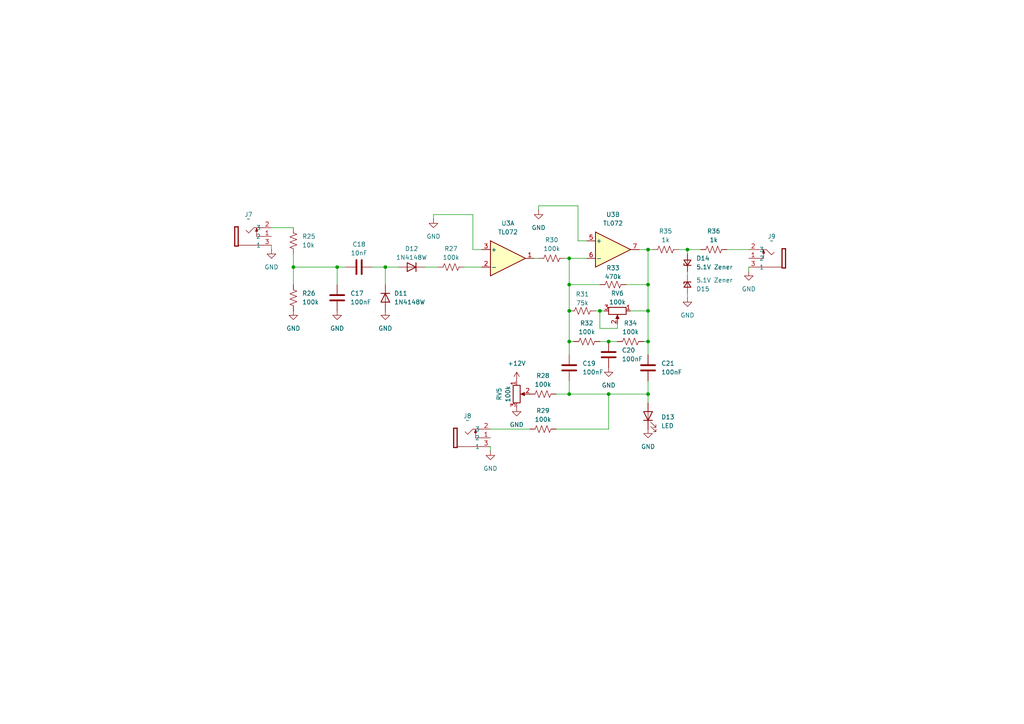
<source format=kicad_sch>
(kicad_sch
	(version 20231120)
	(generator "eeschema")
	(generator_version "8.0")
	(uuid "412bead8-c037-444d-9327-37188930443c")
	(paper "A4")
	(lib_symbols
		(symbol "Amplifier_Operational:TL082"
			(pin_names
				(offset 0.127)
			)
			(exclude_from_sim no)
			(in_bom yes)
			(on_board yes)
			(property "Reference" "U"
				(at 0 5.08 0)
				(effects
					(font
						(size 1.27 1.27)
					)
					(justify left)
				)
			)
			(property "Value" "TL082"
				(at 0 -5.08 0)
				(effects
					(font
						(size 1.27 1.27)
					)
					(justify left)
				)
			)
			(property "Footprint" ""
				(at 0 0 0)
				(effects
					(font
						(size 1.27 1.27)
					)
					(hide yes)
				)
			)
			(property "Datasheet" "http://www.ti.com/lit/ds/symlink/tl081.pdf"
				(at 0 0 0)
				(effects
					(font
						(size 1.27 1.27)
					)
					(hide yes)
				)
			)
			(property "Description" "Dual JFET-Input Operational Amplifiers, DIP-8/SOIC-8/SSOP-8"
				(at 0 0 0)
				(effects
					(font
						(size 1.27 1.27)
					)
					(hide yes)
				)
			)
			(property "ki_locked" ""
				(at 0 0 0)
				(effects
					(font
						(size 1.27 1.27)
					)
				)
			)
			(property "ki_keywords" "dual opamp"
				(at 0 0 0)
				(effects
					(font
						(size 1.27 1.27)
					)
					(hide yes)
				)
			)
			(property "ki_fp_filters" "SOIC*3.9x4.9mm*P1.27mm* DIP*W7.62mm* TO*99* OnSemi*Micro8* TSSOP*3x3mm*P0.65mm* TSSOP*4.4x3mm*P0.65mm* MSOP*3x3mm*P0.65mm* SSOP*3.9x4.9mm*P0.635mm* LFCSP*2x2mm*P0.5mm* *SIP* SOIC*5.3x6.2mm*P1.27mm*"
				(at 0 0 0)
				(effects
					(font
						(size 1.27 1.27)
					)
					(hide yes)
				)
			)
			(symbol "TL082_1_1"
				(polyline
					(pts
						(xy -5.08 5.08) (xy 5.08 0) (xy -5.08 -5.08) (xy -5.08 5.08)
					)
					(stroke
						(width 0.254)
						(type default)
					)
					(fill
						(type background)
					)
				)
				(pin output line
					(at 7.62 0 180)
					(length 2.54)
					(name "~"
						(effects
							(font
								(size 1.27 1.27)
							)
						)
					)
					(number "1"
						(effects
							(font
								(size 1.27 1.27)
							)
						)
					)
				)
				(pin input line
					(at -7.62 -2.54 0)
					(length 2.54)
					(name "-"
						(effects
							(font
								(size 1.27 1.27)
							)
						)
					)
					(number "2"
						(effects
							(font
								(size 1.27 1.27)
							)
						)
					)
				)
				(pin input line
					(at -7.62 2.54 0)
					(length 2.54)
					(name "+"
						(effects
							(font
								(size 1.27 1.27)
							)
						)
					)
					(number "3"
						(effects
							(font
								(size 1.27 1.27)
							)
						)
					)
				)
			)
			(symbol "TL082_2_1"
				(polyline
					(pts
						(xy -5.08 5.08) (xy 5.08 0) (xy -5.08 -5.08) (xy -5.08 5.08)
					)
					(stroke
						(width 0.254)
						(type default)
					)
					(fill
						(type background)
					)
				)
				(pin input line
					(at -7.62 2.54 0)
					(length 2.54)
					(name "+"
						(effects
							(font
								(size 1.27 1.27)
							)
						)
					)
					(number "5"
						(effects
							(font
								(size 1.27 1.27)
							)
						)
					)
				)
				(pin input line
					(at -7.62 -2.54 0)
					(length 2.54)
					(name "-"
						(effects
							(font
								(size 1.27 1.27)
							)
						)
					)
					(number "6"
						(effects
							(font
								(size 1.27 1.27)
							)
						)
					)
				)
				(pin output line
					(at 7.62 0 180)
					(length 2.54)
					(name "~"
						(effects
							(font
								(size 1.27 1.27)
							)
						)
					)
					(number "7"
						(effects
							(font
								(size 1.27 1.27)
							)
						)
					)
				)
			)
			(symbol "TL082_3_1"
				(pin power_in line
					(at -2.54 -7.62 90)
					(length 3.81)
					(name "V-"
						(effects
							(font
								(size 1.27 1.27)
							)
						)
					)
					(number "4"
						(effects
							(font
								(size 1.27 1.27)
							)
						)
					)
				)
				(pin power_in line
					(at -2.54 7.62 270)
					(length 3.81)
					(name "V+"
						(effects
							(font
								(size 1.27 1.27)
							)
						)
					)
					(number "8"
						(effects
							(font
								(size 1.27 1.27)
							)
						)
					)
				)
			)
		)
		(symbol "Device:C"
			(pin_numbers hide)
			(pin_names
				(offset 0.254)
			)
			(exclude_from_sim no)
			(in_bom yes)
			(on_board yes)
			(property "Reference" "C"
				(at 0.635 2.54 0)
				(effects
					(font
						(size 1.27 1.27)
					)
					(justify left)
				)
			)
			(property "Value" "C"
				(at 0.635 -2.54 0)
				(effects
					(font
						(size 1.27 1.27)
					)
					(justify left)
				)
			)
			(property "Footprint" ""
				(at 0.9652 -3.81 0)
				(effects
					(font
						(size 1.27 1.27)
					)
					(hide yes)
				)
			)
			(property "Datasheet" "~"
				(at 0 0 0)
				(effects
					(font
						(size 1.27 1.27)
					)
					(hide yes)
				)
			)
			(property "Description" "Unpolarized capacitor"
				(at 0 0 0)
				(effects
					(font
						(size 1.27 1.27)
					)
					(hide yes)
				)
			)
			(property "ki_keywords" "cap capacitor"
				(at 0 0 0)
				(effects
					(font
						(size 1.27 1.27)
					)
					(hide yes)
				)
			)
			(property "ki_fp_filters" "C_*"
				(at 0 0 0)
				(effects
					(font
						(size 1.27 1.27)
					)
					(hide yes)
				)
			)
			(symbol "C_0_1"
				(polyline
					(pts
						(xy -2.032 -0.762) (xy 2.032 -0.762)
					)
					(stroke
						(width 0.508)
						(type default)
					)
					(fill
						(type none)
					)
				)
				(polyline
					(pts
						(xy -2.032 0.762) (xy 2.032 0.762)
					)
					(stroke
						(width 0.508)
						(type default)
					)
					(fill
						(type none)
					)
				)
			)
			(symbol "C_1_1"
				(pin passive line
					(at 0 3.81 270)
					(length 2.794)
					(name "~"
						(effects
							(font
								(size 1.27 1.27)
							)
						)
					)
					(number "1"
						(effects
							(font
								(size 1.27 1.27)
							)
						)
					)
				)
				(pin passive line
					(at 0 -3.81 90)
					(length 2.794)
					(name "~"
						(effects
							(font
								(size 1.27 1.27)
							)
						)
					)
					(number "2"
						(effects
							(font
								(size 1.27 1.27)
							)
						)
					)
				)
			)
		)
		(symbol "Device:D_Zener_Small"
			(pin_numbers hide)
			(pin_names
				(offset 0.254) hide)
			(exclude_from_sim no)
			(in_bom yes)
			(on_board yes)
			(property "Reference" "D"
				(at 0 2.286 0)
				(effects
					(font
						(size 1.27 1.27)
					)
				)
			)
			(property "Value" "D_Zener_Small"
				(at 0 -2.286 0)
				(effects
					(font
						(size 1.27 1.27)
					)
				)
			)
			(property "Footprint" ""
				(at 0 0 90)
				(effects
					(font
						(size 1.27 1.27)
					)
					(hide yes)
				)
			)
			(property "Datasheet" "~"
				(at 0 0 90)
				(effects
					(font
						(size 1.27 1.27)
					)
					(hide yes)
				)
			)
			(property "Description" "Zener diode, small symbol"
				(at 0 0 0)
				(effects
					(font
						(size 1.27 1.27)
					)
					(hide yes)
				)
			)
			(property "ki_keywords" "diode"
				(at 0 0 0)
				(effects
					(font
						(size 1.27 1.27)
					)
					(hide yes)
				)
			)
			(property "ki_fp_filters" "TO-???* *_Diode_* *SingleDiode* D_*"
				(at 0 0 0)
				(effects
					(font
						(size 1.27 1.27)
					)
					(hide yes)
				)
			)
			(symbol "D_Zener_Small_0_1"
				(polyline
					(pts
						(xy 0.762 0) (xy -0.762 0)
					)
					(stroke
						(width 0)
						(type default)
					)
					(fill
						(type none)
					)
				)
				(polyline
					(pts
						(xy -0.254 1.016) (xy -0.762 1.016) (xy -0.762 -1.016)
					)
					(stroke
						(width 0.254)
						(type default)
					)
					(fill
						(type none)
					)
				)
				(polyline
					(pts
						(xy 0.762 1.016) (xy -0.762 0) (xy 0.762 -1.016) (xy 0.762 1.016)
					)
					(stroke
						(width 0.254)
						(type default)
					)
					(fill
						(type none)
					)
				)
			)
			(symbol "D_Zener_Small_1_1"
				(pin passive line
					(at -2.54 0 0)
					(length 1.778)
					(name "K"
						(effects
							(font
								(size 1.27 1.27)
							)
						)
					)
					(number "1"
						(effects
							(font
								(size 1.27 1.27)
							)
						)
					)
				)
				(pin passive line
					(at 2.54 0 180)
					(length 1.778)
					(name "A"
						(effects
							(font
								(size 1.27 1.27)
							)
						)
					)
					(number "2"
						(effects
							(font
								(size 1.27 1.27)
							)
						)
					)
				)
			)
		)
		(symbol "Device:LED"
			(pin_numbers hide)
			(pin_names
				(offset 1.016) hide)
			(exclude_from_sim no)
			(in_bom yes)
			(on_board yes)
			(property "Reference" "D"
				(at 0 2.54 0)
				(effects
					(font
						(size 1.27 1.27)
					)
				)
			)
			(property "Value" "LED"
				(at 0 -2.54 0)
				(effects
					(font
						(size 1.27 1.27)
					)
				)
			)
			(property "Footprint" ""
				(at 0 0 0)
				(effects
					(font
						(size 1.27 1.27)
					)
					(hide yes)
				)
			)
			(property "Datasheet" "~"
				(at 0 0 0)
				(effects
					(font
						(size 1.27 1.27)
					)
					(hide yes)
				)
			)
			(property "Description" "Light emitting diode"
				(at 0 0 0)
				(effects
					(font
						(size 1.27 1.27)
					)
					(hide yes)
				)
			)
			(property "ki_keywords" "LED diode"
				(at 0 0 0)
				(effects
					(font
						(size 1.27 1.27)
					)
					(hide yes)
				)
			)
			(property "ki_fp_filters" "LED* LED_SMD:* LED_THT:*"
				(at 0 0 0)
				(effects
					(font
						(size 1.27 1.27)
					)
					(hide yes)
				)
			)
			(symbol "LED_0_1"
				(polyline
					(pts
						(xy -1.27 -1.27) (xy -1.27 1.27)
					)
					(stroke
						(width 0.254)
						(type default)
					)
					(fill
						(type none)
					)
				)
				(polyline
					(pts
						(xy -1.27 0) (xy 1.27 0)
					)
					(stroke
						(width 0)
						(type default)
					)
					(fill
						(type none)
					)
				)
				(polyline
					(pts
						(xy 1.27 -1.27) (xy 1.27 1.27) (xy -1.27 0) (xy 1.27 -1.27)
					)
					(stroke
						(width 0.254)
						(type default)
					)
					(fill
						(type none)
					)
				)
				(polyline
					(pts
						(xy -3.048 -0.762) (xy -4.572 -2.286) (xy -3.81 -2.286) (xy -4.572 -2.286) (xy -4.572 -1.524)
					)
					(stroke
						(width 0)
						(type default)
					)
					(fill
						(type none)
					)
				)
				(polyline
					(pts
						(xy -1.778 -0.762) (xy -3.302 -2.286) (xy -2.54 -2.286) (xy -3.302 -2.286) (xy -3.302 -1.524)
					)
					(stroke
						(width 0)
						(type default)
					)
					(fill
						(type none)
					)
				)
			)
			(symbol "LED_1_1"
				(pin passive line
					(at -3.81 0 0)
					(length 2.54)
					(name "K"
						(effects
							(font
								(size 1.27 1.27)
							)
						)
					)
					(number "1"
						(effects
							(font
								(size 1.27 1.27)
							)
						)
					)
				)
				(pin passive line
					(at 3.81 0 180)
					(length 2.54)
					(name "A"
						(effects
							(font
								(size 1.27 1.27)
							)
						)
					)
					(number "2"
						(effects
							(font
								(size 1.27 1.27)
							)
						)
					)
				)
			)
		)
		(symbol "Device:R_Potentiometer"
			(pin_names
				(offset 1.016) hide)
			(exclude_from_sim no)
			(in_bom yes)
			(on_board yes)
			(property "Reference" "RV"
				(at -4.445 0 90)
				(effects
					(font
						(size 1.27 1.27)
					)
				)
			)
			(property "Value" "R_Potentiometer"
				(at -2.54 0 90)
				(effects
					(font
						(size 1.27 1.27)
					)
				)
			)
			(property "Footprint" ""
				(at 0 0 0)
				(effects
					(font
						(size 1.27 1.27)
					)
					(hide yes)
				)
			)
			(property "Datasheet" "~"
				(at 0 0 0)
				(effects
					(font
						(size 1.27 1.27)
					)
					(hide yes)
				)
			)
			(property "Description" "Potentiometer"
				(at 0 0 0)
				(effects
					(font
						(size 1.27 1.27)
					)
					(hide yes)
				)
			)
			(property "ki_keywords" "resistor variable"
				(at 0 0 0)
				(effects
					(font
						(size 1.27 1.27)
					)
					(hide yes)
				)
			)
			(property "ki_fp_filters" "Potentiometer*"
				(at 0 0 0)
				(effects
					(font
						(size 1.27 1.27)
					)
					(hide yes)
				)
			)
			(symbol "R_Potentiometer_0_1"
				(polyline
					(pts
						(xy 2.54 0) (xy 1.524 0)
					)
					(stroke
						(width 0)
						(type default)
					)
					(fill
						(type none)
					)
				)
				(polyline
					(pts
						(xy 1.143 0) (xy 2.286 0.508) (xy 2.286 -0.508) (xy 1.143 0)
					)
					(stroke
						(width 0)
						(type default)
					)
					(fill
						(type outline)
					)
				)
				(rectangle
					(start 1.016 2.54)
					(end -1.016 -2.54)
					(stroke
						(width 0.254)
						(type default)
					)
					(fill
						(type none)
					)
				)
			)
			(symbol "R_Potentiometer_1_1"
				(pin passive line
					(at 0 3.81 270)
					(length 1.27)
					(name "1"
						(effects
							(font
								(size 1.27 1.27)
							)
						)
					)
					(number "1"
						(effects
							(font
								(size 1.27 1.27)
							)
						)
					)
				)
				(pin passive line
					(at 3.81 0 180)
					(length 1.27)
					(name "2"
						(effects
							(font
								(size 1.27 1.27)
							)
						)
					)
					(number "2"
						(effects
							(font
								(size 1.27 1.27)
							)
						)
					)
				)
				(pin passive line
					(at 0 -3.81 90)
					(length 1.27)
					(name "3"
						(effects
							(font
								(size 1.27 1.27)
							)
						)
					)
					(number "3"
						(effects
							(font
								(size 1.27 1.27)
							)
						)
					)
				)
			)
		)
		(symbol "Device:R_US"
			(pin_numbers hide)
			(pin_names
				(offset 0)
			)
			(exclude_from_sim no)
			(in_bom yes)
			(on_board yes)
			(property "Reference" "R"
				(at 2.54 0 90)
				(effects
					(font
						(size 1.27 1.27)
					)
				)
			)
			(property "Value" "R_US"
				(at -2.54 0 90)
				(effects
					(font
						(size 1.27 1.27)
					)
				)
			)
			(property "Footprint" ""
				(at 1.016 -0.254 90)
				(effects
					(font
						(size 1.27 1.27)
					)
					(hide yes)
				)
			)
			(property "Datasheet" "~"
				(at 0 0 0)
				(effects
					(font
						(size 1.27 1.27)
					)
					(hide yes)
				)
			)
			(property "Description" "Resistor, US symbol"
				(at 0 0 0)
				(effects
					(font
						(size 1.27 1.27)
					)
					(hide yes)
				)
			)
			(property "ki_keywords" "R res resistor"
				(at 0 0 0)
				(effects
					(font
						(size 1.27 1.27)
					)
					(hide yes)
				)
			)
			(property "ki_fp_filters" "R_*"
				(at 0 0 0)
				(effects
					(font
						(size 1.27 1.27)
					)
					(hide yes)
				)
			)
			(symbol "R_US_0_1"
				(polyline
					(pts
						(xy 0 -2.286) (xy 0 -2.54)
					)
					(stroke
						(width 0)
						(type default)
					)
					(fill
						(type none)
					)
				)
				(polyline
					(pts
						(xy 0 2.286) (xy 0 2.54)
					)
					(stroke
						(width 0)
						(type default)
					)
					(fill
						(type none)
					)
				)
				(polyline
					(pts
						(xy 0 -0.762) (xy 1.016 -1.143) (xy 0 -1.524) (xy -1.016 -1.905) (xy 0 -2.286)
					)
					(stroke
						(width 0)
						(type default)
					)
					(fill
						(type none)
					)
				)
				(polyline
					(pts
						(xy 0 0.762) (xy 1.016 0.381) (xy 0 0) (xy -1.016 -0.381) (xy 0 -0.762)
					)
					(stroke
						(width 0)
						(type default)
					)
					(fill
						(type none)
					)
				)
				(polyline
					(pts
						(xy 0 2.286) (xy 1.016 1.905) (xy 0 1.524) (xy -1.016 1.143) (xy 0 0.762)
					)
					(stroke
						(width 0)
						(type default)
					)
					(fill
						(type none)
					)
				)
			)
			(symbol "R_US_1_1"
				(pin passive line
					(at 0 3.81 270)
					(length 1.27)
					(name "~"
						(effects
							(font
								(size 1.27 1.27)
							)
						)
					)
					(number "1"
						(effects
							(font
								(size 1.27 1.27)
							)
						)
					)
				)
				(pin passive line
					(at 0 -3.81 90)
					(length 1.27)
					(name "~"
						(effects
							(font
								(size 1.27 1.27)
							)
						)
					)
					(number "2"
						(effects
							(font
								(size 1.27 1.27)
							)
						)
					)
				)
			)
		)
		(symbol "Diode:1N4148W"
			(pin_numbers hide)
			(pin_names hide)
			(exclude_from_sim no)
			(in_bom yes)
			(on_board yes)
			(property "Reference" "D"
				(at 0 2.54 0)
				(effects
					(font
						(size 1.27 1.27)
					)
				)
			)
			(property "Value" "1N4148W"
				(at 0 -2.54 0)
				(effects
					(font
						(size 1.27 1.27)
					)
				)
			)
			(property "Footprint" "Diode_SMD:D_SOD-123"
				(at 0 -4.445 0)
				(effects
					(font
						(size 1.27 1.27)
					)
					(hide yes)
				)
			)
			(property "Datasheet" "https://www.vishay.com/docs/85748/1n4148w.pdf"
				(at 0 0 0)
				(effects
					(font
						(size 1.27 1.27)
					)
					(hide yes)
				)
			)
			(property "Description" "75V 0.15A Fast Switching Diode, SOD-123"
				(at 0 0 0)
				(effects
					(font
						(size 1.27 1.27)
					)
					(hide yes)
				)
			)
			(property "Sim.Device" "D"
				(at 0 0 0)
				(effects
					(font
						(size 1.27 1.27)
					)
					(hide yes)
				)
			)
			(property "Sim.Pins" "1=K 2=A"
				(at 0 0 0)
				(effects
					(font
						(size 1.27 1.27)
					)
					(hide yes)
				)
			)
			(property "ki_keywords" "diode"
				(at 0 0 0)
				(effects
					(font
						(size 1.27 1.27)
					)
					(hide yes)
				)
			)
			(property "ki_fp_filters" "D*SOD?123*"
				(at 0 0 0)
				(effects
					(font
						(size 1.27 1.27)
					)
					(hide yes)
				)
			)
			(symbol "1N4148W_0_1"
				(polyline
					(pts
						(xy -1.27 1.27) (xy -1.27 -1.27)
					)
					(stroke
						(width 0.254)
						(type default)
					)
					(fill
						(type none)
					)
				)
				(polyline
					(pts
						(xy 1.27 0) (xy -1.27 0)
					)
					(stroke
						(width 0)
						(type default)
					)
					(fill
						(type none)
					)
				)
				(polyline
					(pts
						(xy 1.27 1.27) (xy 1.27 -1.27) (xy -1.27 0) (xy 1.27 1.27)
					)
					(stroke
						(width 0.254)
						(type default)
					)
					(fill
						(type none)
					)
				)
			)
			(symbol "1N4148W_1_1"
				(pin passive line
					(at -3.81 0 0)
					(length 2.54)
					(name "K"
						(effects
							(font
								(size 1.27 1.27)
							)
						)
					)
					(number "1"
						(effects
							(font
								(size 1.27 1.27)
							)
						)
					)
				)
				(pin passive line
					(at 3.81 0 180)
					(length 2.54)
					(name "A"
						(effects
							(font
								(size 1.27 1.27)
							)
						)
					)
					(number "2"
						(effects
							(font
								(size 1.27 1.27)
							)
						)
					)
				)
			)
		)
		(symbol "eurorack-connectors:Thonkiconn-Jack"
			(exclude_from_sim no)
			(in_bom yes)
			(on_board yes)
			(property "Reference" "J"
				(at 0 -5.08 0)
				(effects
					(font
						(size 1.27 1.27)
					)
				)
			)
			(property "Value" ""
				(at 0 -5.08 0)
				(effects
					(font
						(size 1.27 1.27)
					)
				)
			)
			(property "Footprint" "eurorack-jacks:Thonkiconn-Jack"
				(at 0 -5.08 0)
				(effects
					(font
						(size 1.27 1.27)
					)
					(hide yes)
				)
			)
			(property "Datasheet" ""
				(at 0 -5.08 0)
				(effects
					(font
						(size 1.27 1.27)
					)
					(hide yes)
				)
			)
			(property "Description" ""
				(at 0 -5.08 0)
				(effects
					(font
						(size 1.27 1.27)
					)
					(hide yes)
				)
			)
			(symbol "Thonkiconn-Jack_1_0"
				(polyline
					(pts
						(xy -5.586 -2.794) (xy -5.586 2.794)
					)
					(stroke
						(width 0.333)
						(type solid)
					)
					(fill
						(type none)
					)
				)
				(polyline
					(pts
						(xy -5.586 2.794) (xy -4.57 2.794)
					)
					(stroke
						(width 0.333)
						(type solid)
					)
					(fill
						(type none)
					)
				)
				(polyline
					(pts
						(xy -4.57 -2.794) (xy -5.586 -2.794)
					)
					(stroke
						(width 0.333)
						(type solid)
					)
					(fill
						(type none)
					)
				)
				(polyline
					(pts
						(xy -4.57 2.794) (xy -4.57 -2.794)
					)
					(stroke
						(width 0.333)
						(type solid)
					)
					(fill
						(type none)
					)
				)
				(polyline
					(pts
						(xy -1.524 1.016) (xy -2.286 1.778)
					)
					(stroke
						(width 0.152)
						(type solid)
					)
					(fill
						(type none)
					)
				)
				(polyline
					(pts
						(xy 0 2.54) (xy -1.524 1.016)
					)
					(stroke
						(width 0.152)
						(type solid)
					)
					(fill
						(type none)
					)
				)
				(polyline
					(pts
						(xy 0.508 1.524) (xy 0.762 2.286)
					)
					(stroke
						(width 0.254)
						(type solid)
					)
					(fill
						(type none)
					)
				)
				(polyline
					(pts
						(xy 0.762 0) (xy 0.762 2.286)
					)
					(stroke
						(width 0.152)
						(type solid)
					)
					(fill
						(type none)
					)
				)
				(polyline
					(pts
						(xy 0.762 2.286) (xy 1.016 1.524)
					)
					(stroke
						(width 0.254)
						(type solid)
					)
					(fill
						(type none)
					)
				)
				(polyline
					(pts
						(xy 1.016 1.524) (xy 0.508 1.524)
					)
					(stroke
						(width 0.254)
						(type solid)
					)
					(fill
						(type none)
					)
				)
				(polyline
					(pts
						(xy 2.54 -2.54) (xy -4.572 -2.54)
					)
					(stroke
						(width 0.152)
						(type solid)
					)
					(fill
						(type none)
					)
				)
				(polyline
					(pts
						(xy 2.54 0) (xy 0.762 0)
					)
					(stroke
						(width 0.152)
						(type solid)
					)
					(fill
						(type none)
					)
				)
				(polyline
					(pts
						(xy 2.54 2.54) (xy 0 2.54)
					)
					(stroke
						(width 0.152)
						(type solid)
					)
					(fill
						(type none)
					)
				)
				(pin passive line
					(at 5.08 0 180)
					(length 2.54)
					(name "2"
						(effects
							(font
								(size 1.27 1.27)
							)
						)
					)
					(number "1"
						(effects
							(font
								(size 1.27 1.27)
							)
						)
					)
				)
				(pin passive line
					(at 5.08 2.54 180)
					(length 2.54)
					(name "3"
						(effects
							(font
								(size 1.27 1.27)
							)
						)
					)
					(number "2"
						(effects
							(font
								(size 1.27 1.27)
							)
						)
					)
				)
				(pin passive line
					(at 5.08 -2.54 180)
					(length 2.54)
					(name "1"
						(effects
							(font
								(size 1.27 1.27)
							)
						)
					)
					(number "3"
						(effects
							(font
								(size 1.27 1.27)
							)
						)
					)
				)
			)
		)
		(symbol "power:+12V"
			(power)
			(pin_numbers hide)
			(pin_names
				(offset 0) hide)
			(exclude_from_sim no)
			(in_bom yes)
			(on_board yes)
			(property "Reference" "#PWR"
				(at 0 -3.81 0)
				(effects
					(font
						(size 1.27 1.27)
					)
					(hide yes)
				)
			)
			(property "Value" "+12V"
				(at 0 3.556 0)
				(effects
					(font
						(size 1.27 1.27)
					)
				)
			)
			(property "Footprint" ""
				(at 0 0 0)
				(effects
					(font
						(size 1.27 1.27)
					)
					(hide yes)
				)
			)
			(property "Datasheet" ""
				(at 0 0 0)
				(effects
					(font
						(size 1.27 1.27)
					)
					(hide yes)
				)
			)
			(property "Description" "Power symbol creates a global label with name \"+12V\""
				(at 0 0 0)
				(effects
					(font
						(size 1.27 1.27)
					)
					(hide yes)
				)
			)
			(property "ki_keywords" "global power"
				(at 0 0 0)
				(effects
					(font
						(size 1.27 1.27)
					)
					(hide yes)
				)
			)
			(symbol "+12V_0_1"
				(polyline
					(pts
						(xy -0.762 1.27) (xy 0 2.54)
					)
					(stroke
						(width 0)
						(type default)
					)
					(fill
						(type none)
					)
				)
				(polyline
					(pts
						(xy 0 0) (xy 0 2.54)
					)
					(stroke
						(width 0)
						(type default)
					)
					(fill
						(type none)
					)
				)
				(polyline
					(pts
						(xy 0 2.54) (xy 0.762 1.27)
					)
					(stroke
						(width 0)
						(type default)
					)
					(fill
						(type none)
					)
				)
			)
			(symbol "+12V_1_1"
				(pin power_in line
					(at 0 0 90)
					(length 0)
					(name "~"
						(effects
							(font
								(size 1.27 1.27)
							)
						)
					)
					(number "1"
						(effects
							(font
								(size 1.27 1.27)
							)
						)
					)
				)
			)
		)
		(symbol "power:GND"
			(power)
			(pin_numbers hide)
			(pin_names
				(offset 0) hide)
			(exclude_from_sim no)
			(in_bom yes)
			(on_board yes)
			(property "Reference" "#PWR"
				(at 0 -6.35 0)
				(effects
					(font
						(size 1.27 1.27)
					)
					(hide yes)
				)
			)
			(property "Value" "GND"
				(at 0 -3.81 0)
				(effects
					(font
						(size 1.27 1.27)
					)
				)
			)
			(property "Footprint" ""
				(at 0 0 0)
				(effects
					(font
						(size 1.27 1.27)
					)
					(hide yes)
				)
			)
			(property "Datasheet" ""
				(at 0 0 0)
				(effects
					(font
						(size 1.27 1.27)
					)
					(hide yes)
				)
			)
			(property "Description" "Power symbol creates a global label with name \"GND\" , ground"
				(at 0 0 0)
				(effects
					(font
						(size 1.27 1.27)
					)
					(hide yes)
				)
			)
			(property "ki_keywords" "global power"
				(at 0 0 0)
				(effects
					(font
						(size 1.27 1.27)
					)
					(hide yes)
				)
			)
			(symbol "GND_0_1"
				(polyline
					(pts
						(xy 0 0) (xy 0 -1.27) (xy 1.27 -1.27) (xy 0 -2.54) (xy -1.27 -1.27) (xy 0 -1.27)
					)
					(stroke
						(width 0)
						(type default)
					)
					(fill
						(type none)
					)
				)
			)
			(symbol "GND_1_1"
				(pin power_in line
					(at 0 0 270)
					(length 0)
					(name "~"
						(effects
							(font
								(size 1.27 1.27)
							)
						)
					)
					(number "1"
						(effects
							(font
								(size 1.27 1.27)
							)
						)
					)
				)
			)
		)
	)
	(junction
		(at 173.99 90.17)
		(diameter 0)
		(color 0 0 0 0)
		(uuid "12bfa50c-7144-439e-afd9-57bb57692d4c")
	)
	(junction
		(at 165.1 90.17)
		(diameter 0)
		(color 0 0 0 0)
		(uuid "19acb49c-42bb-4eca-ad22-52f0fd4074bf")
	)
	(junction
		(at 187.96 90.17)
		(diameter 0)
		(color 0 0 0 0)
		(uuid "1b3b520d-a78e-4b81-9186-0c073a34efc7")
	)
	(junction
		(at 165.1 82.55)
		(diameter 0)
		(color 0 0 0 0)
		(uuid "347b1c23-9638-430b-b0da-a7aea55eef99")
	)
	(junction
		(at 187.96 114.3)
		(diameter 0)
		(color 0 0 0 0)
		(uuid "43ae503e-2229-450f-90ea-a199eb1e86b7")
	)
	(junction
		(at 176.53 114.3)
		(diameter 0)
		(color 0 0 0 0)
		(uuid "67831ff0-e67a-4bc2-b2ff-5ed58d5e1793")
	)
	(junction
		(at 165.1 99.06)
		(diameter 0)
		(color 0 0 0 0)
		(uuid "6d92d1a3-2017-41c2-a728-a43d20b4f093")
	)
	(junction
		(at 187.96 99.06)
		(diameter 0)
		(color 0 0 0 0)
		(uuid "778104e5-49dd-45e2-b061-87c248240c85")
	)
	(junction
		(at 176.53 99.06)
		(diameter 0)
		(color 0 0 0 0)
		(uuid "7ac4e65f-9bdd-4b52-b58e-0af9aa365373")
	)
	(junction
		(at 199.39 72.39)
		(diameter 0)
		(color 0 0 0 0)
		(uuid "7cd856f9-5112-4291-a982-6437a1361b00")
	)
	(junction
		(at 187.96 82.55)
		(diameter 0)
		(color 0 0 0 0)
		(uuid "9fa9e5ee-5ea4-4c58-b8b7-2e17f777a940")
	)
	(junction
		(at 187.96 72.39)
		(diameter 0)
		(color 0 0 0 0)
		(uuid "a0f48c51-754a-42b0-b4f1-efcc6dcf0877")
	)
	(junction
		(at 97.79 77.47)
		(diameter 0)
		(color 0 0 0 0)
		(uuid "a56c010e-d4de-4857-bbdc-844bd8017c46")
	)
	(junction
		(at 111.76 77.47)
		(diameter 0)
		(color 0 0 0 0)
		(uuid "aa3d6fb0-252e-4599-a485-5fdc5106a6ae")
	)
	(junction
		(at 85.09 77.47)
		(diameter 0)
		(color 0 0 0 0)
		(uuid "bb0224a5-5f6b-467e-be42-62376c66c446")
	)
	(junction
		(at 165.1 114.3)
		(diameter 0)
		(color 0 0 0 0)
		(uuid "c1aff7eb-7896-4068-bd49-8c120f2e439d")
	)
	(junction
		(at 165.1 74.93)
		(diameter 0)
		(color 0 0 0 0)
		(uuid "e0d4cc0a-4822-4993-bbf2-5db4bc2a0430")
	)
	(wire
		(pts
			(xy 161.29 124.46) (xy 176.53 124.46)
		)
		(stroke
			(width 0)
			(type default)
		)
		(uuid "001cf1db-5a1e-474e-a299-ca4ee2956327")
	)
	(wire
		(pts
			(xy 142.24 124.46) (xy 153.67 124.46)
		)
		(stroke
			(width 0)
			(type default)
		)
		(uuid "00f97f34-a56b-4217-8265-40e866a60546")
	)
	(wire
		(pts
			(xy 111.76 77.47) (xy 115.57 77.47)
		)
		(stroke
			(width 0)
			(type default)
		)
		(uuid "01442d43-9ace-4fe0-98b3-99db20b4d3d2")
	)
	(wire
		(pts
			(xy 165.1 74.93) (xy 170.18 74.93)
		)
		(stroke
			(width 0)
			(type default)
		)
		(uuid "0338fd22-ae36-4350-896c-cf3026cdf9f9")
	)
	(wire
		(pts
			(xy 137.16 72.39) (xy 137.16 62.23)
		)
		(stroke
			(width 0)
			(type default)
		)
		(uuid "0463f867-4cd5-4e1e-8d88-753e13cecd3c")
	)
	(wire
		(pts
			(xy 172.72 90.17) (xy 173.99 90.17)
		)
		(stroke
			(width 0)
			(type default)
		)
		(uuid "08b4d2b8-c1e3-41dd-a659-f2ba5490954c")
	)
	(wire
		(pts
			(xy 187.96 110.49) (xy 187.96 114.3)
		)
		(stroke
			(width 0)
			(type default)
		)
		(uuid "129849b1-7087-49a8-a1bd-e1321532c7ac")
	)
	(wire
		(pts
			(xy 199.39 78.74) (xy 199.39 80.01)
		)
		(stroke
			(width 0)
			(type default)
		)
		(uuid "18f95fab-cd14-47cc-be99-b961e318b539")
	)
	(wire
		(pts
			(xy 165.1 90.17) (xy 165.1 99.06)
		)
		(stroke
			(width 0)
			(type default)
		)
		(uuid "19060364-e52f-4912-a97f-a63cc80463d0")
	)
	(wire
		(pts
			(xy 181.61 82.55) (xy 187.96 82.55)
		)
		(stroke
			(width 0)
			(type default)
		)
		(uuid "1a0e5c65-801c-47ea-9027-fbf4f3903f6f")
	)
	(wire
		(pts
			(xy 85.09 77.47) (xy 97.79 77.47)
		)
		(stroke
			(width 0)
			(type default)
		)
		(uuid "23612c52-0b2d-4ed5-8f8a-1812835f9cd2")
	)
	(wire
		(pts
			(xy 167.64 59.69) (xy 156.21 59.69)
		)
		(stroke
			(width 0)
			(type default)
		)
		(uuid "23e07ba9-5a6e-4373-87f4-f8c373c79e2d")
	)
	(wire
		(pts
			(xy 167.64 69.85) (xy 167.64 59.69)
		)
		(stroke
			(width 0)
			(type default)
		)
		(uuid "2e98dca1-845c-4deb-8df3-e48a04798a95")
	)
	(wire
		(pts
			(xy 173.99 99.06) (xy 176.53 99.06)
		)
		(stroke
			(width 0)
			(type default)
		)
		(uuid "2ea7a443-df73-4e31-a776-1abf0ba56201")
	)
	(wire
		(pts
			(xy 139.7 72.39) (xy 137.16 72.39)
		)
		(stroke
			(width 0)
			(type default)
		)
		(uuid "2ecd52a1-9cc5-4598-9e92-b7b9c8f63fab")
	)
	(wire
		(pts
			(xy 163.83 74.93) (xy 165.1 74.93)
		)
		(stroke
			(width 0)
			(type default)
		)
		(uuid "3588a17f-2d6a-48bf-80da-e735bfd3141b")
	)
	(wire
		(pts
			(xy 173.99 82.55) (xy 165.1 82.55)
		)
		(stroke
			(width 0)
			(type default)
		)
		(uuid "3cfc9768-08c4-4685-be17-99199fb0b371")
	)
	(wire
		(pts
			(xy 199.39 72.39) (xy 199.39 73.66)
		)
		(stroke
			(width 0)
			(type default)
		)
		(uuid "3e854f49-6c79-4728-829f-7772f159c6b9")
	)
	(wire
		(pts
			(xy 165.1 114.3) (xy 161.29 114.3)
		)
		(stroke
			(width 0)
			(type default)
		)
		(uuid "43ba46f8-7e5a-428a-8097-22ddf99a40a8")
	)
	(wire
		(pts
			(xy 186.69 99.06) (xy 187.96 99.06)
		)
		(stroke
			(width 0)
			(type default)
		)
		(uuid "482d3259-9c78-4c74-9a85-b30f700fee63")
	)
	(wire
		(pts
			(xy 78.74 72.39) (xy 78.74 71.12)
		)
		(stroke
			(width 0)
			(type default)
		)
		(uuid "492011fc-9836-4494-a894-90e3fe5a11b9")
	)
	(wire
		(pts
			(xy 173.99 95.25) (xy 173.99 90.17)
		)
		(stroke
			(width 0)
			(type default)
		)
		(uuid "4cdff482-8109-435f-93e0-55c238e64343")
	)
	(wire
		(pts
			(xy 137.16 62.23) (xy 125.73 62.23)
		)
		(stroke
			(width 0)
			(type default)
		)
		(uuid "54f582cc-2c95-4c67-99c7-86e62316b4c8")
	)
	(wire
		(pts
			(xy 187.96 72.39) (xy 185.42 72.39)
		)
		(stroke
			(width 0)
			(type default)
		)
		(uuid "5b0f3bc8-3753-4d57-8b07-ab9eebe3413b")
	)
	(wire
		(pts
			(xy 111.76 77.47) (xy 111.76 82.55)
		)
		(stroke
			(width 0)
			(type default)
		)
		(uuid "5b57429a-dacd-4a5c-a446-e6811db78893")
	)
	(wire
		(pts
			(xy 187.96 72.39) (xy 189.23 72.39)
		)
		(stroke
			(width 0)
			(type default)
		)
		(uuid "5c83af4e-9363-4681-8c05-e5af992d3ad9")
	)
	(wire
		(pts
			(xy 176.53 114.3) (xy 165.1 114.3)
		)
		(stroke
			(width 0)
			(type default)
		)
		(uuid "5cb170d9-b8f0-4b2c-bf2f-8df727bef43f")
	)
	(wire
		(pts
			(xy 179.07 93.98) (xy 179.07 95.25)
		)
		(stroke
			(width 0)
			(type default)
		)
		(uuid "5ecfd666-7732-41a7-817b-e71c54c048f4")
	)
	(wire
		(pts
			(xy 78.74 66.04) (xy 85.09 66.04)
		)
		(stroke
			(width 0)
			(type default)
		)
		(uuid "6ac7c715-f4d2-45cd-aaa9-8adc1a3c36b4")
	)
	(wire
		(pts
			(xy 199.39 72.39) (xy 203.2 72.39)
		)
		(stroke
			(width 0)
			(type default)
		)
		(uuid "704c9723-abed-4a61-92c9-11cb7f49a78c")
	)
	(wire
		(pts
			(xy 173.99 90.17) (xy 175.26 90.17)
		)
		(stroke
			(width 0)
			(type default)
		)
		(uuid "7089b929-6019-41a7-a613-5afff52700bc")
	)
	(wire
		(pts
			(xy 199.39 85.09) (xy 199.39 86.36)
		)
		(stroke
			(width 0)
			(type default)
		)
		(uuid "82a9f173-ad1e-4727-a9cc-5f7cc4d989f6")
	)
	(wire
		(pts
			(xy 187.96 82.55) (xy 187.96 72.39)
		)
		(stroke
			(width 0)
			(type default)
		)
		(uuid "8537907c-e737-423e-a295-fa5bd2fec833")
	)
	(wire
		(pts
			(xy 85.09 77.47) (xy 85.09 82.55)
		)
		(stroke
			(width 0)
			(type default)
		)
		(uuid "8684fd94-61e5-43a4-bcc1-a093133184c2")
	)
	(wire
		(pts
			(xy 182.88 90.17) (xy 187.96 90.17)
		)
		(stroke
			(width 0)
			(type default)
		)
		(uuid "87b3dded-3d67-4789-85ad-a42360974541")
	)
	(wire
		(pts
			(xy 210.82 72.39) (xy 217.17 72.39)
		)
		(stroke
			(width 0)
			(type default)
		)
		(uuid "907029eb-529a-43dd-932e-dcb08a7b69b9")
	)
	(wire
		(pts
			(xy 196.85 72.39) (xy 199.39 72.39)
		)
		(stroke
			(width 0)
			(type default)
		)
		(uuid "932df784-a564-4144-8680-7bd1a9f096b1")
	)
	(wire
		(pts
			(xy 187.96 90.17) (xy 187.96 99.06)
		)
		(stroke
			(width 0)
			(type default)
		)
		(uuid "96c5a1a2-85dd-45a1-abae-ee73730d3deb")
	)
	(wire
		(pts
			(xy 217.17 78.74) (xy 217.17 77.47)
		)
		(stroke
			(width 0)
			(type default)
		)
		(uuid "a2ab289c-d2db-49fc-90cd-1c313fb65930")
	)
	(wire
		(pts
			(xy 165.1 110.49) (xy 165.1 114.3)
		)
		(stroke
			(width 0)
			(type default)
		)
		(uuid "a6029b32-f068-422c-9bdf-be2595e58d87")
	)
	(wire
		(pts
			(xy 156.21 59.69) (xy 156.21 60.96)
		)
		(stroke
			(width 0)
			(type default)
		)
		(uuid "a9d39b0e-e16e-4e1f-9da4-411312180e47")
	)
	(wire
		(pts
			(xy 176.53 124.46) (xy 176.53 114.3)
		)
		(stroke
			(width 0)
			(type default)
		)
		(uuid "af39c349-295f-4fe4-83fa-0a5648f7cc91")
	)
	(wire
		(pts
			(xy 123.19 77.47) (xy 127 77.47)
		)
		(stroke
			(width 0)
			(type default)
		)
		(uuid "b1c0e291-4cd3-4108-a388-269d8df8fa8e")
	)
	(wire
		(pts
			(xy 97.79 77.47) (xy 97.79 82.55)
		)
		(stroke
			(width 0)
			(type default)
		)
		(uuid "befd8423-df39-4288-915f-01185b2e5291")
	)
	(wire
		(pts
			(xy 97.79 77.47) (xy 100.33 77.47)
		)
		(stroke
			(width 0)
			(type default)
		)
		(uuid "bf5541d9-890b-47a2-86c7-a67f29852b73")
	)
	(wire
		(pts
			(xy 187.96 114.3) (xy 187.96 116.84)
		)
		(stroke
			(width 0)
			(type default)
		)
		(uuid "c209ed3d-e7d7-4fe0-97cf-10eebf6910fc")
	)
	(wire
		(pts
			(xy 142.24 130.81) (xy 142.24 129.54)
		)
		(stroke
			(width 0)
			(type default)
		)
		(uuid "c6f257f1-b4cc-4ece-89c1-43e1b2f4bee1")
	)
	(wire
		(pts
			(xy 85.09 73.66) (xy 85.09 77.47)
		)
		(stroke
			(width 0)
			(type default)
		)
		(uuid "cb883514-07aa-4c91-91fb-7d402df22ac1")
	)
	(wire
		(pts
			(xy 165.1 82.55) (xy 165.1 74.93)
		)
		(stroke
			(width 0)
			(type default)
		)
		(uuid "d019328a-ad31-4f6f-9c5f-18dd432d55c8")
	)
	(wire
		(pts
			(xy 166.37 99.06) (xy 165.1 99.06)
		)
		(stroke
			(width 0)
			(type default)
		)
		(uuid "d19c5e40-fecc-4993-b418-8e0d8c7aa467")
	)
	(wire
		(pts
			(xy 107.95 77.47) (xy 111.76 77.47)
		)
		(stroke
			(width 0)
			(type default)
		)
		(uuid "d1ff8e92-1256-46a9-9c78-625d15af7df6")
	)
	(wire
		(pts
			(xy 187.96 82.55) (xy 187.96 90.17)
		)
		(stroke
			(width 0)
			(type default)
		)
		(uuid "d5fcebd9-fed5-4479-b3a4-2b859c5a33dc")
	)
	(wire
		(pts
			(xy 179.07 95.25) (xy 173.99 95.25)
		)
		(stroke
			(width 0)
			(type default)
		)
		(uuid "d602f7b7-18cf-46ec-b5ed-ac50ac10c989")
	)
	(wire
		(pts
			(xy 170.18 69.85) (xy 167.64 69.85)
		)
		(stroke
			(width 0)
			(type default)
		)
		(uuid "db6f7a52-55c1-4ab2-95e2-1993e69c3c85")
	)
	(wire
		(pts
			(xy 134.62 77.47) (xy 139.7 77.47)
		)
		(stroke
			(width 0)
			(type default)
		)
		(uuid "df611f38-2782-4eba-885e-0363a781190e")
	)
	(wire
		(pts
			(xy 176.53 114.3) (xy 187.96 114.3)
		)
		(stroke
			(width 0)
			(type default)
		)
		(uuid "e00d8d68-aca3-45fe-b9f6-2ecc9a103422")
	)
	(wire
		(pts
			(xy 176.53 99.06) (xy 179.07 99.06)
		)
		(stroke
			(width 0)
			(type default)
		)
		(uuid "e519c40b-40fe-43c6-a8aa-293f7a7cf754")
	)
	(wire
		(pts
			(xy 165.1 82.55) (xy 165.1 90.17)
		)
		(stroke
			(width 0)
			(type default)
		)
		(uuid "e88f5c64-c340-4570-b95c-5b99d5f13f7b")
	)
	(wire
		(pts
			(xy 165.1 99.06) (xy 165.1 102.87)
		)
		(stroke
			(width 0)
			(type default)
		)
		(uuid "ec711907-ee14-4e26-8dd9-93fc7c723400")
	)
	(wire
		(pts
			(xy 125.73 62.23) (xy 125.73 63.5)
		)
		(stroke
			(width 0)
			(type default)
		)
		(uuid "eef74e94-e05d-43a1-aa8f-b57552b9cc21")
	)
	(wire
		(pts
			(xy 187.96 99.06) (xy 187.96 102.87)
		)
		(stroke
			(width 0)
			(type default)
		)
		(uuid "f2c5672a-eb78-4bd9-9de7-ef66ad9c123c")
	)
	(wire
		(pts
			(xy 154.94 74.93) (xy 156.21 74.93)
		)
		(stroke
			(width 0)
			(type default)
		)
		(uuid "f9e0fabd-ed3e-48e4-8588-f1a6089a71b1")
	)
	(symbol
		(lib_id "Device:D_Zener_Small")
		(at 199.39 82.55 90)
		(mirror x)
		(unit 1)
		(exclude_from_sim no)
		(in_bom yes)
		(on_board yes)
		(dnp no)
		(uuid "001317d5-d3a5-4db9-be1f-a4166a7fe65b")
		(property "Reference" "D15"
			(at 201.93 83.8201 90)
			(effects
				(font
					(size 1.27 1.27)
				)
				(justify right)
			)
		)
		(property "Value" "5.1V Zener"
			(at 201.93 81.2801 90)
			(effects
				(font
					(size 1.27 1.27)
				)
				(justify right)
			)
		)
		(property "Footprint" "Diode_SMD:D_SOD-123"
			(at 199.39 82.55 90)
			(effects
				(font
					(size 1.27 1.27)
				)
				(hide yes)
			)
		)
		(property "Datasheet" "~"
			(at 199.39 82.55 90)
			(effects
				(font
					(size 1.27 1.27)
				)
				(hide yes)
			)
		)
		(property "Description" "Zener diode, small symbol"
			(at 199.39 82.55 0)
			(effects
				(font
					(size 1.27 1.27)
				)
				(hide yes)
			)
		)
		(pin "2"
			(uuid "c6fec8d0-6cc6-4947-92b6-dd9759460d3a")
		)
		(pin "1"
			(uuid "aaae5e72-ebde-4a26-b82f-cf366bfe4b5b")
		)
		(instances
			(project "bong0-fury"
				(path "/d7fbf0fc-2e72-47ef-ad93-715244ab8590/44f2332f-c61b-4fac-9a46-333712db1109"
					(reference "D15")
					(unit 1)
				)
			)
		)
	)
	(symbol
		(lib_id "Device:D_Zener_Small")
		(at 199.39 76.2 90)
		(unit 1)
		(exclude_from_sim no)
		(in_bom yes)
		(on_board yes)
		(dnp no)
		(fields_autoplaced yes)
		(uuid "075a7c08-8b8c-457f-be2c-38fcd3cb37dc")
		(property "Reference" "D14"
			(at 201.93 74.9299 90)
			(effects
				(font
					(size 1.27 1.27)
				)
				(justify right)
			)
		)
		(property "Value" "5.1V Zener"
			(at 201.93 77.4699 90)
			(effects
				(font
					(size 1.27 1.27)
				)
				(justify right)
			)
		)
		(property "Footprint" "Diode_SMD:D_SOD-123"
			(at 199.39 76.2 90)
			(effects
				(font
					(size 1.27 1.27)
				)
				(hide yes)
			)
		)
		(property "Datasheet" "~"
			(at 199.39 76.2 90)
			(effects
				(font
					(size 1.27 1.27)
				)
				(hide yes)
			)
		)
		(property "Description" "Zener diode, small symbol"
			(at 199.39 76.2 0)
			(effects
				(font
					(size 1.27 1.27)
				)
				(hide yes)
			)
		)
		(pin "2"
			(uuid "70ae84ab-257e-4f26-bdff-a3344f4911c1")
		)
		(pin "1"
			(uuid "da3f125f-853f-4a44-bdce-9a2243bd9b50")
		)
		(instances
			(project "bong0-fury"
				(path "/d7fbf0fc-2e72-47ef-ad93-715244ab8590/44f2332f-c61b-4fac-9a46-333712db1109"
					(reference "D14")
					(unit 1)
				)
			)
		)
	)
	(symbol
		(lib_id "Device:C")
		(at 187.96 106.68 0)
		(unit 1)
		(exclude_from_sim no)
		(in_bom yes)
		(on_board yes)
		(dnp no)
		(fields_autoplaced yes)
		(uuid "0c0b30d2-98e8-4642-88c0-1f16cc72fba4")
		(property "Reference" "C21"
			(at 191.77 105.4099 0)
			(effects
				(font
					(size 1.27 1.27)
				)
				(justify left)
			)
		)
		(property "Value" "100nF"
			(at 191.77 107.9499 0)
			(effects
				(font
					(size 1.27 1.27)
				)
				(justify left)
			)
		)
		(property "Footprint" "Capacitor_SMD:C_0603_1608Metric"
			(at 188.9252 110.49 0)
			(effects
				(font
					(size 1.27 1.27)
				)
				(hide yes)
			)
		)
		(property "Datasheet" "~"
			(at 187.96 106.68 0)
			(effects
				(font
					(size 1.27 1.27)
				)
				(hide yes)
			)
		)
		(property "Description" "Unpolarized capacitor"
			(at 187.96 106.68 0)
			(effects
				(font
					(size 1.27 1.27)
				)
				(hide yes)
			)
		)
		(pin "1"
			(uuid "99c04116-0320-4553-981c-086c8c75d929")
		)
		(pin "2"
			(uuid "ece1d8c8-2d61-496a-945a-cbca0c3b4af8")
		)
		(instances
			(project "bong0-fury"
				(path "/d7fbf0fc-2e72-47ef-ad93-715244ab8590/44f2332f-c61b-4fac-9a46-333712db1109"
					(reference "C21")
					(unit 1)
				)
			)
		)
	)
	(symbol
		(lib_id "Device:R_US")
		(at 177.8 82.55 90)
		(unit 1)
		(exclude_from_sim no)
		(in_bom yes)
		(on_board yes)
		(dnp no)
		(uuid "1e46a47f-4c13-4302-be53-e57c9ff15b75")
		(property "Reference" "R33"
			(at 177.8 77.724 90)
			(effects
				(font
					(size 1.27 1.27)
				)
			)
		)
		(property "Value" "470k"
			(at 177.8 80.264 90)
			(effects
				(font
					(size 1.27 1.27)
				)
			)
		)
		(property "Footprint" "Resistor_SMD:R_0603_1608Metric"
			(at 178.054 81.534 90)
			(effects
				(font
					(size 1.27 1.27)
				)
				(hide yes)
			)
		)
		(property "Datasheet" "~"
			(at 177.8 82.55 0)
			(effects
				(font
					(size 1.27 1.27)
				)
				(hide yes)
			)
		)
		(property "Description" "Resistor, US symbol"
			(at 177.8 82.55 0)
			(effects
				(font
					(size 1.27 1.27)
				)
				(hide yes)
			)
		)
		(pin "2"
			(uuid "47a5218d-36cb-40d5-a49d-43e3970acb68")
		)
		(pin "1"
			(uuid "9748b1d8-4b2d-4d20-a1c7-b8b60dca4389")
		)
		(instances
			(project "bong0-fury"
				(path "/d7fbf0fc-2e72-47ef-ad93-715244ab8590/44f2332f-c61b-4fac-9a46-333712db1109"
					(reference "R33")
					(unit 1)
				)
			)
		)
	)
	(symbol
		(lib_id "power:GND")
		(at 199.39 86.36 0)
		(unit 1)
		(exclude_from_sim no)
		(in_bom yes)
		(on_board yes)
		(dnp no)
		(fields_autoplaced yes)
		(uuid "21973aba-8821-4281-b3ef-e6501ba6a7e7")
		(property "Reference" "#PWR056"
			(at 199.39 92.71 0)
			(effects
				(font
					(size 1.27 1.27)
				)
				(hide yes)
			)
		)
		(property "Value" "GND"
			(at 199.39 91.44 0)
			(effects
				(font
					(size 1.27 1.27)
				)
			)
		)
		(property "Footprint" ""
			(at 199.39 86.36 0)
			(effects
				(font
					(size 1.27 1.27)
				)
				(hide yes)
			)
		)
		(property "Datasheet" ""
			(at 199.39 86.36 0)
			(effects
				(font
					(size 1.27 1.27)
				)
				(hide yes)
			)
		)
		(property "Description" "Power symbol creates a global label with name \"GND\" , ground"
			(at 199.39 86.36 0)
			(effects
				(font
					(size 1.27 1.27)
				)
				(hide yes)
			)
		)
		(pin "1"
			(uuid "27f55f26-f31a-4b90-8469-0b1c21880e3b")
		)
		(instances
			(project "bong0-fury"
				(path "/d7fbf0fc-2e72-47ef-ad93-715244ab8590/44f2332f-c61b-4fac-9a46-333712db1109"
					(reference "#PWR056")
					(unit 1)
				)
			)
		)
	)
	(symbol
		(lib_id "Diode:1N4148W")
		(at 111.76 86.36 270)
		(unit 1)
		(exclude_from_sim no)
		(in_bom yes)
		(on_board yes)
		(dnp no)
		(fields_autoplaced yes)
		(uuid "263962fb-228f-45c4-83e8-234e4cc7fe9c")
		(property "Reference" "D11"
			(at 114.3 85.0899 90)
			(effects
				(font
					(size 1.27 1.27)
				)
				(justify left)
			)
		)
		(property "Value" "1N4148W"
			(at 114.3 87.6299 90)
			(effects
				(font
					(size 1.27 1.27)
				)
				(justify left)
			)
		)
		(property "Footprint" "Diode_SMD:D_SOD-123"
			(at 107.315 86.36 0)
			(effects
				(font
					(size 1.27 1.27)
				)
				(hide yes)
			)
		)
		(property "Datasheet" "https://www.vishay.com/docs/85748/1n4148w.pdf"
			(at 111.76 86.36 0)
			(effects
				(font
					(size 1.27 1.27)
				)
				(hide yes)
			)
		)
		(property "Description" "75V 0.15A Fast Switching Diode, SOD-123"
			(at 111.76 86.36 0)
			(effects
				(font
					(size 1.27 1.27)
				)
				(hide yes)
			)
		)
		(property "Sim.Device" "D"
			(at 111.76 86.36 0)
			(effects
				(font
					(size 1.27 1.27)
				)
				(hide yes)
			)
		)
		(property "Sim.Pins" "1=K 2=A"
			(at 111.76 86.36 0)
			(effects
				(font
					(size 1.27 1.27)
				)
				(hide yes)
			)
		)
		(pin "1"
			(uuid "2050d9d7-e0ee-4f13-89fd-26757b363a93")
		)
		(pin "2"
			(uuid "d0805582-e7cb-4cf7-a6fd-a0726563cc87")
		)
		(instances
			(project "bong0-fury"
				(path "/d7fbf0fc-2e72-47ef-ad93-715244ab8590/44f2332f-c61b-4fac-9a46-333712db1109"
					(reference "D11")
					(unit 1)
				)
			)
		)
	)
	(symbol
		(lib_id "power:+12V")
		(at 149.86 110.49 0)
		(unit 1)
		(exclude_from_sim no)
		(in_bom yes)
		(on_board yes)
		(dnp no)
		(fields_autoplaced yes)
		(uuid "2b9db5f2-f24b-4749-a33c-74b2e4fc7b16")
		(property "Reference" "#PWR051"
			(at 149.86 114.3 0)
			(effects
				(font
					(size 1.27 1.27)
				)
				(hide yes)
			)
		)
		(property "Value" "+12V"
			(at 149.86 105.41 0)
			(effects
				(font
					(size 1.27 1.27)
				)
			)
		)
		(property "Footprint" ""
			(at 149.86 110.49 0)
			(effects
				(font
					(size 1.27 1.27)
				)
				(hide yes)
			)
		)
		(property "Datasheet" ""
			(at 149.86 110.49 0)
			(effects
				(font
					(size 1.27 1.27)
				)
				(hide yes)
			)
		)
		(property "Description" "Power symbol creates a global label with name \"+12V\""
			(at 149.86 110.49 0)
			(effects
				(font
					(size 1.27 1.27)
				)
				(hide yes)
			)
		)
		(pin "1"
			(uuid "937a5464-e266-489c-94ce-a39a51a5c965")
		)
		(instances
			(project "bong0-fury"
				(path "/d7fbf0fc-2e72-47ef-ad93-715244ab8590/44f2332f-c61b-4fac-9a46-333712db1109"
					(reference "#PWR051")
					(unit 1)
				)
			)
		)
	)
	(symbol
		(lib_id "Device:R_US")
		(at 193.04 72.39 90)
		(unit 1)
		(exclude_from_sim no)
		(in_bom yes)
		(on_board yes)
		(dnp no)
		(uuid "2f171f08-fbf6-4c12-96aa-27e6344eaebd")
		(property "Reference" "R35"
			(at 193.04 67.056 90)
			(effects
				(font
					(size 1.27 1.27)
				)
			)
		)
		(property "Value" "1k"
			(at 193.04 69.596 90)
			(effects
				(font
					(size 1.27 1.27)
				)
			)
		)
		(property "Footprint" "Resistor_SMD:R_0603_1608Metric"
			(at 193.294 71.374 90)
			(effects
				(font
					(size 1.27 1.27)
				)
				(hide yes)
			)
		)
		(property "Datasheet" "~"
			(at 193.04 72.39 0)
			(effects
				(font
					(size 1.27 1.27)
				)
				(hide yes)
			)
		)
		(property "Description" "Resistor, US symbol"
			(at 193.04 72.39 0)
			(effects
				(font
					(size 1.27 1.27)
				)
				(hide yes)
			)
		)
		(pin "2"
			(uuid "03a70dbe-f891-42ea-9885-74a23296eeb3")
		)
		(pin "1"
			(uuid "e3ac1557-aacc-49a7-a74c-f58b8e99ca7a")
		)
		(instances
			(project "bong0-fury"
				(path "/d7fbf0fc-2e72-47ef-ad93-715244ab8590/44f2332f-c61b-4fac-9a46-333712db1109"
					(reference "R35")
					(unit 1)
				)
			)
		)
	)
	(symbol
		(lib_id "Device:R_US")
		(at 160.02 74.93 90)
		(unit 1)
		(exclude_from_sim no)
		(in_bom yes)
		(on_board yes)
		(dnp no)
		(uuid "3471c10f-0a60-4aa7-91b6-33ebec4cb365")
		(property "Reference" "R30"
			(at 160.02 69.596 90)
			(effects
				(font
					(size 1.27 1.27)
				)
			)
		)
		(property "Value" "100k"
			(at 160.02 72.136 90)
			(effects
				(font
					(size 1.27 1.27)
				)
			)
		)
		(property "Footprint" "Resistor_SMD:R_0603_1608Metric"
			(at 160.274 73.914 90)
			(effects
				(font
					(size 1.27 1.27)
				)
				(hide yes)
			)
		)
		(property "Datasheet" "~"
			(at 160.02 74.93 0)
			(effects
				(font
					(size 1.27 1.27)
				)
				(hide yes)
			)
		)
		(property "Description" "Resistor, US symbol"
			(at 160.02 74.93 0)
			(effects
				(font
					(size 1.27 1.27)
				)
				(hide yes)
			)
		)
		(pin "2"
			(uuid "ee2a3c13-8996-4feb-a95e-6b7798f121d7")
		)
		(pin "1"
			(uuid "92e96bcb-105e-4858-97ff-0561adc7d9f2")
		)
		(instances
			(project "bong0-fury"
				(path "/d7fbf0fc-2e72-47ef-ad93-715244ab8590/44f2332f-c61b-4fac-9a46-333712db1109"
					(reference "R30")
					(unit 1)
				)
			)
		)
	)
	(symbol
		(lib_id "power:GND")
		(at 217.17 78.74 0)
		(unit 1)
		(exclude_from_sim no)
		(in_bom yes)
		(on_board yes)
		(dnp no)
		(fields_autoplaced yes)
		(uuid "368742ad-fbd7-44b4-8e3a-107ae4633cb2")
		(property "Reference" "#PWR057"
			(at 217.17 85.09 0)
			(effects
				(font
					(size 1.27 1.27)
				)
				(hide yes)
			)
		)
		(property "Value" "GND"
			(at 217.17 83.82 0)
			(effects
				(font
					(size 1.27 1.27)
				)
			)
		)
		(property "Footprint" ""
			(at 217.17 78.74 0)
			(effects
				(font
					(size 1.27 1.27)
				)
				(hide yes)
			)
		)
		(property "Datasheet" ""
			(at 217.17 78.74 0)
			(effects
				(font
					(size 1.27 1.27)
				)
				(hide yes)
			)
		)
		(property "Description" "Power symbol creates a global label with name \"GND\" , ground"
			(at 217.17 78.74 0)
			(effects
				(font
					(size 1.27 1.27)
				)
				(hide yes)
			)
		)
		(pin "1"
			(uuid "cd688dca-48b8-42fe-9544-1222b759fcb6")
		)
		(instances
			(project "bong0-fury"
				(path "/d7fbf0fc-2e72-47ef-ad93-715244ab8590/44f2332f-c61b-4fac-9a46-333712db1109"
					(reference "#PWR057")
					(unit 1)
				)
			)
		)
	)
	(symbol
		(lib_id "Device:R_Potentiometer")
		(at 179.07 90.17 270)
		(unit 1)
		(exclude_from_sim no)
		(in_bom yes)
		(on_board yes)
		(dnp no)
		(uuid "37c5fbee-0d77-4a91-ba13-c553bcf01a8b")
		(property "Reference" "RV6"
			(at 179.07 85.09 90)
			(effects
				(font
					(size 1.27 1.27)
				)
			)
		)
		(property "Value" "100k"
			(at 179.07 87.63 90)
			(effects
				(font
					(size 1.27 1.27)
				)
			)
		)
		(property "Footprint" "Potentiometer_THT:Potentiometer_Alps_RK09K_Single_Vertical"
			(at 179.07 90.17 0)
			(effects
				(font
					(size 1.27 1.27)
				)
				(hide yes)
			)
		)
		(property "Datasheet" "~"
			(at 179.07 90.17 0)
			(effects
				(font
					(size 1.27 1.27)
				)
				(hide yes)
			)
		)
		(property "Description" "Potentiometer"
			(at 179.07 90.17 0)
			(effects
				(font
					(size 1.27 1.27)
				)
				(hide yes)
			)
		)
		(pin "2"
			(uuid "5cd0608f-4ada-4c0e-b371-6fec7df49ef0")
		)
		(pin "1"
			(uuid "3e26ea47-670c-4678-b328-4e2c8a0b7702")
		)
		(pin "3"
			(uuid "1b94efd5-42b4-48f9-b6f5-cba69c06d849")
		)
		(instances
			(project "bong0-fury"
				(path "/d7fbf0fc-2e72-47ef-ad93-715244ab8590/44f2332f-c61b-4fac-9a46-333712db1109"
					(reference "RV6")
					(unit 1)
				)
			)
		)
	)
	(symbol
		(lib_id "power:GND")
		(at 111.76 90.17 0)
		(unit 1)
		(exclude_from_sim no)
		(in_bom yes)
		(on_board yes)
		(dnp no)
		(fields_autoplaced yes)
		(uuid "3cdd6d3f-61d3-4237-81c6-b3fc4e09532b")
		(property "Reference" "#PWR048"
			(at 111.76 96.52 0)
			(effects
				(font
					(size 1.27 1.27)
				)
				(hide yes)
			)
		)
		(property "Value" "GND"
			(at 111.76 95.25 0)
			(effects
				(font
					(size 1.27 1.27)
				)
			)
		)
		(property "Footprint" ""
			(at 111.76 90.17 0)
			(effects
				(font
					(size 1.27 1.27)
				)
				(hide yes)
			)
		)
		(property "Datasheet" ""
			(at 111.76 90.17 0)
			(effects
				(font
					(size 1.27 1.27)
				)
				(hide yes)
			)
		)
		(property "Description" "Power symbol creates a global label with name \"GND\" , ground"
			(at 111.76 90.17 0)
			(effects
				(font
					(size 1.27 1.27)
				)
				(hide yes)
			)
		)
		(pin "1"
			(uuid "bd0a7c94-b1c6-457d-b01c-25fbacfceda7")
		)
		(instances
			(project "bong0-fury"
				(path "/d7fbf0fc-2e72-47ef-ad93-715244ab8590/44f2332f-c61b-4fac-9a46-333712db1109"
					(reference "#PWR048")
					(unit 1)
				)
			)
		)
	)
	(symbol
		(lib_id "power:GND")
		(at 97.79 90.17 0)
		(unit 1)
		(exclude_from_sim no)
		(in_bom yes)
		(on_board yes)
		(dnp no)
		(fields_autoplaced yes)
		(uuid "4120950b-e669-4f0e-aaa0-cdecd1c03861")
		(property "Reference" "#PWR047"
			(at 97.79 96.52 0)
			(effects
				(font
					(size 1.27 1.27)
				)
				(hide yes)
			)
		)
		(property "Value" "GND"
			(at 97.79 95.25 0)
			(effects
				(font
					(size 1.27 1.27)
				)
			)
		)
		(property "Footprint" ""
			(at 97.79 90.17 0)
			(effects
				(font
					(size 1.27 1.27)
				)
				(hide yes)
			)
		)
		(property "Datasheet" ""
			(at 97.79 90.17 0)
			(effects
				(font
					(size 1.27 1.27)
				)
				(hide yes)
			)
		)
		(property "Description" "Power symbol creates a global label with name \"GND\" , ground"
			(at 97.79 90.17 0)
			(effects
				(font
					(size 1.27 1.27)
				)
				(hide yes)
			)
		)
		(pin "1"
			(uuid "50b45fb6-d663-4007-ae06-aac2b5dc6724")
		)
		(instances
			(project "bong0-fury"
				(path "/d7fbf0fc-2e72-47ef-ad93-715244ab8590/44f2332f-c61b-4fac-9a46-333712db1109"
					(reference "#PWR047")
					(unit 1)
				)
			)
		)
	)
	(symbol
		(lib_id "Device:R_US")
		(at 168.91 90.17 90)
		(unit 1)
		(exclude_from_sim no)
		(in_bom yes)
		(on_board yes)
		(dnp no)
		(uuid "44ab5842-8591-4cf5-a4a7-5033a0415946")
		(property "Reference" "R31"
			(at 168.91 85.344 90)
			(effects
				(font
					(size 1.27 1.27)
				)
			)
		)
		(property "Value" "75k"
			(at 168.91 87.884 90)
			(effects
				(font
					(size 1.27 1.27)
				)
			)
		)
		(property "Footprint" "Resistor_SMD:R_0603_1608Metric"
			(at 169.164 89.154 90)
			(effects
				(font
					(size 1.27 1.27)
				)
				(hide yes)
			)
		)
		(property "Datasheet" "~"
			(at 168.91 90.17 0)
			(effects
				(font
					(size 1.27 1.27)
				)
				(hide yes)
			)
		)
		(property "Description" "Resistor, US symbol"
			(at 168.91 90.17 0)
			(effects
				(font
					(size 1.27 1.27)
				)
				(hide yes)
			)
		)
		(pin "2"
			(uuid "c88b5a2d-e00d-48fa-b981-d8cc7d8723f8")
		)
		(pin "1"
			(uuid "3b06aaba-48ff-4249-8220-163ce4f47a96")
		)
		(instances
			(project "bong0-fury"
				(path "/d7fbf0fc-2e72-47ef-ad93-715244ab8590/44f2332f-c61b-4fac-9a46-333712db1109"
					(reference "R31")
					(unit 1)
				)
			)
		)
	)
	(symbol
		(lib_id "power:GND")
		(at 85.09 90.17 0)
		(unit 1)
		(exclude_from_sim no)
		(in_bom yes)
		(on_board yes)
		(dnp no)
		(fields_autoplaced yes)
		(uuid "51c56209-48f7-49f4-8e33-aa6e0cb38a2e")
		(property "Reference" "#PWR046"
			(at 85.09 96.52 0)
			(effects
				(font
					(size 1.27 1.27)
				)
				(hide yes)
			)
		)
		(property "Value" "GND"
			(at 85.09 95.25 0)
			(effects
				(font
					(size 1.27 1.27)
				)
			)
		)
		(property "Footprint" ""
			(at 85.09 90.17 0)
			(effects
				(font
					(size 1.27 1.27)
				)
				(hide yes)
			)
		)
		(property "Datasheet" ""
			(at 85.09 90.17 0)
			(effects
				(font
					(size 1.27 1.27)
				)
				(hide yes)
			)
		)
		(property "Description" "Power symbol creates a global label with name \"GND\" , ground"
			(at 85.09 90.17 0)
			(effects
				(font
					(size 1.27 1.27)
				)
				(hide yes)
			)
		)
		(pin "1"
			(uuid "fc71d586-f1ea-48c7-b804-d0d0ff2d18e7")
		)
		(instances
			(project "bong0-fury"
				(path "/d7fbf0fc-2e72-47ef-ad93-715244ab8590/44f2332f-c61b-4fac-9a46-333712db1109"
					(reference "#PWR046")
					(unit 1)
				)
			)
		)
	)
	(symbol
		(lib_id "power:GND")
		(at 149.86 118.11 0)
		(unit 1)
		(exclude_from_sim no)
		(in_bom yes)
		(on_board yes)
		(dnp no)
		(fields_autoplaced yes)
		(uuid "551e8aec-3ff7-448d-b576-9c8bbe4de275")
		(property "Reference" "#PWR052"
			(at 149.86 124.46 0)
			(effects
				(font
					(size 1.27 1.27)
				)
				(hide yes)
			)
		)
		(property "Value" "GND"
			(at 149.86 123.19 0)
			(effects
				(font
					(size 1.27 1.27)
				)
			)
		)
		(property "Footprint" ""
			(at 149.86 118.11 0)
			(effects
				(font
					(size 1.27 1.27)
				)
				(hide yes)
			)
		)
		(property "Datasheet" ""
			(at 149.86 118.11 0)
			(effects
				(font
					(size 1.27 1.27)
				)
				(hide yes)
			)
		)
		(property "Description" "Power symbol creates a global label with name \"GND\" , ground"
			(at 149.86 118.11 0)
			(effects
				(font
					(size 1.27 1.27)
				)
				(hide yes)
			)
		)
		(pin "1"
			(uuid "3b70eb88-067d-4da5-8f3d-221d9ae8447d")
		)
		(instances
			(project "bong0-fury"
				(path "/d7fbf0fc-2e72-47ef-ad93-715244ab8590/44f2332f-c61b-4fac-9a46-333712db1109"
					(reference "#PWR052")
					(unit 1)
				)
			)
		)
	)
	(symbol
		(lib_id "power:GND")
		(at 176.53 106.68 0)
		(unit 1)
		(exclude_from_sim no)
		(in_bom yes)
		(on_board yes)
		(dnp no)
		(fields_autoplaced yes)
		(uuid "5de92c29-6239-4fc4-80b8-c83d5e228e31")
		(property "Reference" "#PWR054"
			(at 176.53 113.03 0)
			(effects
				(font
					(size 1.27 1.27)
				)
				(hide yes)
			)
		)
		(property "Value" "GND"
			(at 176.53 111.76 0)
			(effects
				(font
					(size 1.27 1.27)
				)
			)
		)
		(property "Footprint" ""
			(at 176.53 106.68 0)
			(effects
				(font
					(size 1.27 1.27)
				)
				(hide yes)
			)
		)
		(property "Datasheet" ""
			(at 176.53 106.68 0)
			(effects
				(font
					(size 1.27 1.27)
				)
				(hide yes)
			)
		)
		(property "Description" "Power symbol creates a global label with name \"GND\" , ground"
			(at 176.53 106.68 0)
			(effects
				(font
					(size 1.27 1.27)
				)
				(hide yes)
			)
		)
		(pin "1"
			(uuid "c776e21f-1780-4bd6-ba9d-70a46c311cc4")
		)
		(instances
			(project "bong0-fury"
				(path "/d7fbf0fc-2e72-47ef-ad93-715244ab8590/44f2332f-c61b-4fac-9a46-333712db1109"
					(reference "#PWR054")
					(unit 1)
				)
			)
		)
	)
	(symbol
		(lib_id "Device:R_US")
		(at 157.48 124.46 90)
		(unit 1)
		(exclude_from_sim no)
		(in_bom yes)
		(on_board yes)
		(dnp no)
		(uuid "647c361a-77dd-4f57-a79f-3b21429507e4")
		(property "Reference" "R29"
			(at 157.48 119.126 90)
			(effects
				(font
					(size 1.27 1.27)
				)
			)
		)
		(property "Value" "100k"
			(at 157.48 121.666 90)
			(effects
				(font
					(size 1.27 1.27)
				)
			)
		)
		(property "Footprint" "Resistor_SMD:R_0603_1608Metric"
			(at 157.734 123.444 90)
			(effects
				(font
					(size 1.27 1.27)
				)
				(hide yes)
			)
		)
		(property "Datasheet" "~"
			(at 157.48 124.46 0)
			(effects
				(font
					(size 1.27 1.27)
				)
				(hide yes)
			)
		)
		(property "Description" "Resistor, US symbol"
			(at 157.48 124.46 0)
			(effects
				(font
					(size 1.27 1.27)
				)
				(hide yes)
			)
		)
		(pin "2"
			(uuid "638d796a-0dd2-4d08-acc4-d53ee156a6d9")
		)
		(pin "1"
			(uuid "cd4d5714-9cba-440d-973f-ebd39de0ecbf")
		)
		(instances
			(project "bong0-fury"
				(path "/d7fbf0fc-2e72-47ef-ad93-715244ab8590/44f2332f-c61b-4fac-9a46-333712db1109"
					(reference "R29")
					(unit 1)
				)
			)
		)
	)
	(symbol
		(lib_id "eurorack-connectors:Thonkiconn-Jack")
		(at 137.16 127 0)
		(unit 1)
		(exclude_from_sim no)
		(in_bom yes)
		(on_board yes)
		(dnp no)
		(fields_autoplaced yes)
		(uuid "70d79aed-e05e-41e6-8155-b793ba092edc")
		(property "Reference" "J8"
			(at 135.5917 120.65 0)
			(effects
				(font
					(size 1.27 1.27)
				)
			)
		)
		(property "Value" "~"
			(at 135.5917 121.92 0)
			(effects
				(font
					(size 1.27 1.27)
				)
			)
		)
		(property "Footprint" "eurorack-jacks:Thonkiconn-Jack"
			(at 137.16 132.08 0)
			(effects
				(font
					(size 1.27 1.27)
				)
				(hide yes)
			)
		)
		(property "Datasheet" ""
			(at 137.16 132.08 0)
			(effects
				(font
					(size 1.27 1.27)
				)
				(hide yes)
			)
		)
		(property "Description" ""
			(at 137.16 132.08 0)
			(effects
				(font
					(size 1.27 1.27)
				)
				(hide yes)
			)
		)
		(pin "3"
			(uuid "2241292a-d39c-44ea-be1e-67e6b6f76410")
		)
		(pin "2"
			(uuid "c840d5a4-f95d-4f29-a663-3aca32d0eaa7")
		)
		(pin "1"
			(uuid "b60a5078-b5cc-480a-86ca-1255e7829c3e")
		)
		(instances
			(project "bong0-fury"
				(path "/d7fbf0fc-2e72-47ef-ad93-715244ab8590/44f2332f-c61b-4fac-9a46-333712db1109"
					(reference "J8")
					(unit 1)
				)
			)
		)
	)
	(symbol
		(lib_id "Device:C")
		(at 97.79 86.36 0)
		(unit 1)
		(exclude_from_sim no)
		(in_bom yes)
		(on_board yes)
		(dnp no)
		(fields_autoplaced yes)
		(uuid "7ab60819-b8f6-48ce-b5a9-a25d92fd9187")
		(property "Reference" "C17"
			(at 101.6 85.0899 0)
			(effects
				(font
					(size 1.27 1.27)
				)
				(justify left)
			)
		)
		(property "Value" "100nF"
			(at 101.6 87.6299 0)
			(effects
				(font
					(size 1.27 1.27)
				)
				(justify left)
			)
		)
		(property "Footprint" "Capacitor_SMD:C_0603_1608Metric"
			(at 98.7552 90.17 0)
			(effects
				(font
					(size 1.27 1.27)
				)
				(hide yes)
			)
		)
		(property "Datasheet" "~"
			(at 97.79 86.36 0)
			(effects
				(font
					(size 1.27 1.27)
				)
				(hide yes)
			)
		)
		(property "Description" "Unpolarized capacitor"
			(at 97.79 86.36 0)
			(effects
				(font
					(size 1.27 1.27)
				)
				(hide yes)
			)
		)
		(pin "1"
			(uuid "bfa04f24-9eb2-4bb4-a1fd-a733386c1707")
		)
		(pin "2"
			(uuid "722c579f-ab76-42a7-8406-f09554a13dd1")
		)
		(instances
			(project "bong0-fury"
				(path "/d7fbf0fc-2e72-47ef-ad93-715244ab8590/44f2332f-c61b-4fac-9a46-333712db1109"
					(reference "C17")
					(unit 1)
				)
			)
		)
	)
	(symbol
		(lib_id "Device:R_US")
		(at 85.09 86.36 180)
		(unit 1)
		(exclude_from_sim no)
		(in_bom yes)
		(on_board yes)
		(dnp no)
		(fields_autoplaced yes)
		(uuid "8debc03b-ef25-4034-83f0-f996ba07273e")
		(property "Reference" "R26"
			(at 87.63 85.0899 0)
			(effects
				(font
					(size 1.27 1.27)
				)
				(justify right)
			)
		)
		(property "Value" "100k"
			(at 87.63 87.6299 0)
			(effects
				(font
					(size 1.27 1.27)
				)
				(justify right)
			)
		)
		(property "Footprint" "Resistor_SMD:R_0603_1608Metric"
			(at 84.074 86.106 90)
			(effects
				(font
					(size 1.27 1.27)
				)
				(hide yes)
			)
		)
		(property "Datasheet" "~"
			(at 85.09 86.36 0)
			(effects
				(font
					(size 1.27 1.27)
				)
				(hide yes)
			)
		)
		(property "Description" "Resistor, US symbol"
			(at 85.09 86.36 0)
			(effects
				(font
					(size 1.27 1.27)
				)
				(hide yes)
			)
		)
		(pin "2"
			(uuid "437803ee-5716-4eff-b6be-78405c9b6372")
		)
		(pin "1"
			(uuid "d9f3548e-1fb2-4804-a7ad-1fcf209a8f51")
		)
		(instances
			(project "bong0-fury"
				(path "/d7fbf0fc-2e72-47ef-ad93-715244ab8590/44f2332f-c61b-4fac-9a46-333712db1109"
					(reference "R26")
					(unit 1)
				)
			)
		)
	)
	(symbol
		(lib_id "eurorack-connectors:Thonkiconn-Jack")
		(at 222.25 74.93 0)
		(mirror y)
		(unit 1)
		(exclude_from_sim no)
		(in_bom yes)
		(on_board yes)
		(dnp no)
		(uuid "969ff3c6-275c-41be-a68a-6976eeb53e65")
		(property "Reference" "J9"
			(at 223.8183 68.58 0)
			(effects
				(font
					(size 1.27 1.27)
				)
			)
		)
		(property "Value" "~"
			(at 223.8183 69.85 0)
			(effects
				(font
					(size 1.27 1.27)
				)
			)
		)
		(property "Footprint" "eurorack-jacks:Thonkiconn-Jack"
			(at 222.25 80.01 0)
			(effects
				(font
					(size 1.27 1.27)
				)
				(hide yes)
			)
		)
		(property "Datasheet" ""
			(at 222.25 80.01 0)
			(effects
				(font
					(size 1.27 1.27)
				)
				(hide yes)
			)
		)
		(property "Description" ""
			(at 222.25 80.01 0)
			(effects
				(font
					(size 1.27 1.27)
				)
				(hide yes)
			)
		)
		(pin "3"
			(uuid "d3b0d85a-e4b6-49e9-b0c8-83044d9a8a41")
		)
		(pin "2"
			(uuid "c9970bb5-4dce-4e16-8f77-6662fc9341f1")
		)
		(pin "1"
			(uuid "d1d7c930-973a-43ce-a053-213114d87b1a")
		)
		(instances
			(project "bong0-fury"
				(path "/d7fbf0fc-2e72-47ef-ad93-715244ab8590/44f2332f-c61b-4fac-9a46-333712db1109"
					(reference "J9")
					(unit 1)
				)
			)
		)
	)
	(symbol
		(lib_id "eurorack-connectors:Thonkiconn-Jack")
		(at 73.66 68.58 0)
		(unit 1)
		(exclude_from_sim no)
		(in_bom yes)
		(on_board yes)
		(dnp no)
		(fields_autoplaced yes)
		(uuid "9d28eac2-5d2c-4bc3-b664-47445e9478ed")
		(property "Reference" "J7"
			(at 72.0917 62.23 0)
			(effects
				(font
					(size 1.27 1.27)
				)
			)
		)
		(property "Value" "~"
			(at 72.0917 63.5 0)
			(effects
				(font
					(size 1.27 1.27)
				)
			)
		)
		(property "Footprint" "eurorack-jacks:Thonkiconn-Jack"
			(at 73.66 73.66 0)
			(effects
				(font
					(size 1.27 1.27)
				)
				(hide yes)
			)
		)
		(property "Datasheet" ""
			(at 73.66 73.66 0)
			(effects
				(font
					(size 1.27 1.27)
				)
				(hide yes)
			)
		)
		(property "Description" ""
			(at 73.66 73.66 0)
			(effects
				(font
					(size 1.27 1.27)
				)
				(hide yes)
			)
		)
		(pin "3"
			(uuid "3cda1651-7b4a-4583-bd51-3bd980716fd8")
		)
		(pin "2"
			(uuid "bfdea068-e5af-48d3-a3da-473f129b4308")
		)
		(pin "1"
			(uuid "17f1f506-8e64-4810-9bce-9cf151c6f578")
		)
		(instances
			(project "bong0-fury"
				(path "/d7fbf0fc-2e72-47ef-ad93-715244ab8590/44f2332f-c61b-4fac-9a46-333712db1109"
					(reference "J7")
					(unit 1)
				)
			)
		)
	)
	(symbol
		(lib_id "power:GND")
		(at 187.96 124.46 0)
		(unit 1)
		(exclude_from_sim no)
		(in_bom yes)
		(on_board yes)
		(dnp no)
		(fields_autoplaced yes)
		(uuid "ae1ffb2b-832d-472b-8460-a10162c59811")
		(property "Reference" "#PWR055"
			(at 187.96 130.81 0)
			(effects
				(font
					(size 1.27 1.27)
				)
				(hide yes)
			)
		)
		(property "Value" "GND"
			(at 187.96 129.54 0)
			(effects
				(font
					(size 1.27 1.27)
				)
			)
		)
		(property "Footprint" ""
			(at 187.96 124.46 0)
			(effects
				(font
					(size 1.27 1.27)
				)
				(hide yes)
			)
		)
		(property "Datasheet" ""
			(at 187.96 124.46 0)
			(effects
				(font
					(size 1.27 1.27)
				)
				(hide yes)
			)
		)
		(property "Description" "Power symbol creates a global label with name \"GND\" , ground"
			(at 187.96 124.46 0)
			(effects
				(font
					(size 1.27 1.27)
				)
				(hide yes)
			)
		)
		(pin "1"
			(uuid "1c785aa5-16bd-4e89-8565-302f680b525c")
		)
		(instances
			(project "bong0-fury"
				(path "/d7fbf0fc-2e72-47ef-ad93-715244ab8590/44f2332f-c61b-4fac-9a46-333712db1109"
					(reference "#PWR055")
					(unit 1)
				)
			)
		)
	)
	(symbol
		(lib_id "power:GND")
		(at 156.21 60.96 0)
		(unit 1)
		(exclude_from_sim no)
		(in_bom yes)
		(on_board yes)
		(dnp no)
		(fields_autoplaced yes)
		(uuid "b315f48a-1bda-43b8-9156-20df865d465d")
		(property "Reference" "#PWR053"
			(at 156.21 67.31 0)
			(effects
				(font
					(size 1.27 1.27)
				)
				(hide yes)
			)
		)
		(property "Value" "GND"
			(at 156.21 66.04 0)
			(effects
				(font
					(size 1.27 1.27)
				)
			)
		)
		(property "Footprint" ""
			(at 156.21 60.96 0)
			(effects
				(font
					(size 1.27 1.27)
				)
				(hide yes)
			)
		)
		(property "Datasheet" ""
			(at 156.21 60.96 0)
			(effects
				(font
					(size 1.27 1.27)
				)
				(hide yes)
			)
		)
		(property "Description" "Power symbol creates a global label with name \"GND\" , ground"
			(at 156.21 60.96 0)
			(effects
				(font
					(size 1.27 1.27)
				)
				(hide yes)
			)
		)
		(pin "1"
			(uuid "a08eed86-e9f3-45e1-aa55-9e5c6caa8323")
		)
		(instances
			(project "bong0-fury"
				(path "/d7fbf0fc-2e72-47ef-ad93-715244ab8590/44f2332f-c61b-4fac-9a46-333712db1109"
					(reference "#PWR053")
					(unit 1)
				)
			)
		)
	)
	(symbol
		(lib_id "Device:R_US")
		(at 182.88 99.06 90)
		(unit 1)
		(exclude_from_sim no)
		(in_bom yes)
		(on_board yes)
		(dnp no)
		(uuid "b85e5e61-d318-4a31-a5da-bc67efc1f5db")
		(property "Reference" "R34"
			(at 182.88 93.726 90)
			(effects
				(font
					(size 1.27 1.27)
				)
			)
		)
		(property "Value" "100k"
			(at 182.88 96.266 90)
			(effects
				(font
					(size 1.27 1.27)
				)
			)
		)
		(property "Footprint" "Resistor_SMD:R_0603_1608Metric"
			(at 183.134 98.044 90)
			(effects
				(font
					(size 1.27 1.27)
				)
				(hide yes)
			)
		)
		(property "Datasheet" "~"
			(at 182.88 99.06 0)
			(effects
				(font
					(size 1.27 1.27)
				)
				(hide yes)
			)
		)
		(property "Description" "Resistor, US symbol"
			(at 182.88 99.06 0)
			(effects
				(font
					(size 1.27 1.27)
				)
				(hide yes)
			)
		)
		(pin "2"
			(uuid "154f72f3-3418-4b24-b4a9-725616582d3d")
		)
		(pin "1"
			(uuid "af114eb3-cfe8-47f1-94c5-a990f95242e7")
		)
		(instances
			(project "bong0-fury"
				(path "/d7fbf0fc-2e72-47ef-ad93-715244ab8590/44f2332f-c61b-4fac-9a46-333712db1109"
					(reference "R34")
					(unit 1)
				)
			)
		)
	)
	(symbol
		(lib_id "Device:C")
		(at 176.53 102.87 0)
		(unit 1)
		(exclude_from_sim no)
		(in_bom yes)
		(on_board yes)
		(dnp no)
		(fields_autoplaced yes)
		(uuid "ba53421e-bd5e-43d9-8148-c3eb8658c75b")
		(property "Reference" "C20"
			(at 180.34 101.5999 0)
			(effects
				(font
					(size 1.27 1.27)
				)
				(justify left)
			)
		)
		(property "Value" "100nF"
			(at 180.34 104.1399 0)
			(effects
				(font
					(size 1.27 1.27)
				)
				(justify left)
			)
		)
		(property "Footprint" "Capacitor_SMD:C_0603_1608Metric"
			(at 177.4952 106.68 0)
			(effects
				(font
					(size 1.27 1.27)
				)
				(hide yes)
			)
		)
		(property "Datasheet" "~"
			(at 176.53 102.87 0)
			(effects
				(font
					(size 1.27 1.27)
				)
				(hide yes)
			)
		)
		(property "Description" "Unpolarized capacitor"
			(at 176.53 102.87 0)
			(effects
				(font
					(size 1.27 1.27)
				)
				(hide yes)
			)
		)
		(pin "1"
			(uuid "adc24719-c289-4450-8f82-8a022c985841")
		)
		(pin "2"
			(uuid "1c40e1e9-db3b-46b4-ad4f-54cccaf6bae5")
		)
		(instances
			(project "bong0-fury"
				(path "/d7fbf0fc-2e72-47ef-ad93-715244ab8590/44f2332f-c61b-4fac-9a46-333712db1109"
					(reference "C20")
					(unit 1)
				)
			)
		)
	)
	(symbol
		(lib_id "Device:R_US")
		(at 157.48 114.3 90)
		(unit 1)
		(exclude_from_sim no)
		(in_bom yes)
		(on_board yes)
		(dnp no)
		(uuid "bcf80a37-f6b0-419d-bda5-4ac71b69521f")
		(property "Reference" "R28"
			(at 157.48 108.966 90)
			(effects
				(font
					(size 1.27 1.27)
				)
			)
		)
		(property "Value" "100k"
			(at 157.48 111.506 90)
			(effects
				(font
					(size 1.27 1.27)
				)
			)
		)
		(property "Footprint" "Resistor_SMD:R_0603_1608Metric"
			(at 157.734 113.284 90)
			(effects
				(font
					(size 1.27 1.27)
				)
				(hide yes)
			)
		)
		(property "Datasheet" "~"
			(at 157.48 114.3 0)
			(effects
				(font
					(size 1.27 1.27)
				)
				(hide yes)
			)
		)
		(property "Description" "Resistor, US symbol"
			(at 157.48 114.3 0)
			(effects
				(font
					(size 1.27 1.27)
				)
				(hide yes)
			)
		)
		(pin "2"
			(uuid "b8a9a787-c9b2-4043-9bd4-8ea5f536cd4f")
		)
		(pin "1"
			(uuid "e08a7bce-8362-4179-9530-3e668431f541")
		)
		(instances
			(project "bong0-fury"
				(path "/d7fbf0fc-2e72-47ef-ad93-715244ab8590/44f2332f-c61b-4fac-9a46-333712db1109"
					(reference "R28")
					(unit 1)
				)
			)
		)
	)
	(symbol
		(lib_id "Device:C")
		(at 165.1 106.68 0)
		(unit 1)
		(exclude_from_sim no)
		(in_bom yes)
		(on_board yes)
		(dnp no)
		(fields_autoplaced yes)
		(uuid "bd1db4f4-63aa-493e-86e3-6852682ceac1")
		(property "Reference" "C19"
			(at 168.91 105.4099 0)
			(effects
				(font
					(size 1.27 1.27)
				)
				(justify left)
			)
		)
		(property "Value" "100nF"
			(at 168.91 107.9499 0)
			(effects
				(font
					(size 1.27 1.27)
				)
				(justify left)
			)
		)
		(property "Footprint" "Capacitor_SMD:C_0603_1608Metric"
			(at 166.0652 110.49 0)
			(effects
				(font
					(size 1.27 1.27)
				)
				(hide yes)
			)
		)
		(property "Datasheet" "~"
			(at 165.1 106.68 0)
			(effects
				(font
					(size 1.27 1.27)
				)
				(hide yes)
			)
		)
		(property "Description" "Unpolarized capacitor"
			(at 165.1 106.68 0)
			(effects
				(font
					(size 1.27 1.27)
				)
				(hide yes)
			)
		)
		(pin "1"
			(uuid "cc506ce2-6166-459f-8535-4b42ee1c725e")
		)
		(pin "2"
			(uuid "198eafb8-484a-43e7-a766-a0366512e0da")
		)
		(instances
			(project "bong0-fury"
				(path "/d7fbf0fc-2e72-47ef-ad93-715244ab8590/44f2332f-c61b-4fac-9a46-333712db1109"
					(reference "C19")
					(unit 1)
				)
			)
		)
	)
	(symbol
		(lib_id "Amplifier_Operational:TL082")
		(at 147.32 74.93 0)
		(unit 1)
		(exclude_from_sim no)
		(in_bom yes)
		(on_board yes)
		(dnp no)
		(fields_autoplaced yes)
		(uuid "c302a3b9-0316-428c-8df8-2fb35e1b35cc")
		(property "Reference" "U3"
			(at 147.32 64.77 0)
			(effects
				(font
					(size 1.27 1.27)
				)
			)
		)
		(property "Value" "TL072"
			(at 147.32 67.31 0)
			(effects
				(font
					(size 1.27 1.27)
				)
			)
		)
		(property "Footprint" "Package_SO:TSSOP-8_4.4x3mm_P0.65mm"
			(at 147.32 74.93 0)
			(effects
				(font
					(size 1.27 1.27)
				)
				(hide yes)
			)
		)
		(property "Datasheet" "http://www.ti.com/lit/ds/symlink/tl081.pdf"
			(at 147.32 74.93 0)
			(effects
				(font
					(size 1.27 1.27)
				)
				(hide yes)
			)
		)
		(property "Description" "Dual JFET-Input Operational Amplifiers, DIP-8/SOIC-8/SSOP-8"
			(at 147.32 74.93 0)
			(effects
				(font
					(size 1.27 1.27)
				)
				(hide yes)
			)
		)
		(pin "8"
			(uuid "6438c3ad-43e3-46a7-9e94-f3e5e0ab4fc4")
		)
		(pin "6"
			(uuid "783ea7b7-4431-4af1-a147-f69bdcf7bf34")
		)
		(pin "7"
			(uuid "effa49b1-f3f0-4f85-831d-bd8b1541bdb9")
		)
		(pin "4"
			(uuid "1f7bebad-506a-4213-b42a-e0376b36085c")
		)
		(pin "1"
			(uuid "553e3ba6-c607-4c06-9fab-d9770d4448c2")
		)
		(pin "2"
			(uuid "cb582ccc-eff8-4be1-838f-1e397be56a40")
		)
		(pin "3"
			(uuid "77ef3410-4411-47cd-86f4-9e0e9adc4563")
		)
		(pin "5"
			(uuid "1ab4951f-d901-43a4-88ce-5cd7e93ceb77")
		)
		(instances
			(project "bong0-fury"
				(path "/d7fbf0fc-2e72-47ef-ad93-715244ab8590/44f2332f-c61b-4fac-9a46-333712db1109"
					(reference "U3")
					(unit 1)
				)
			)
		)
	)
	(symbol
		(lib_id "Device:C")
		(at 104.14 77.47 90)
		(unit 1)
		(exclude_from_sim no)
		(in_bom yes)
		(on_board yes)
		(dnp no)
		(uuid "c39e639c-8c7f-46e8-be94-235f734b1bf6")
		(property "Reference" "C18"
			(at 104.14 70.866 90)
			(effects
				(font
					(size 1.27 1.27)
				)
			)
		)
		(property "Value" "10nF"
			(at 104.14 73.406 90)
			(effects
				(font
					(size 1.27 1.27)
				)
			)
		)
		(property "Footprint" "Capacitor_SMD:C_0603_1608Metric"
			(at 107.95 76.5048 0)
			(effects
				(font
					(size 1.27 1.27)
				)
				(hide yes)
			)
		)
		(property "Datasheet" "~"
			(at 104.14 77.47 0)
			(effects
				(font
					(size 1.27 1.27)
				)
				(hide yes)
			)
		)
		(property "Description" "Unpolarized capacitor"
			(at 104.14 77.47 0)
			(effects
				(font
					(size 1.27 1.27)
				)
				(hide yes)
			)
		)
		(pin "1"
			(uuid "90f87eac-e98e-426c-823d-00448f8f0139")
		)
		(pin "2"
			(uuid "f51d7e6b-8e2b-43da-8bbb-4468f159e5f3")
		)
		(instances
			(project "bong0-fury"
				(path "/d7fbf0fc-2e72-47ef-ad93-715244ab8590/44f2332f-c61b-4fac-9a46-333712db1109"
					(reference "C18")
					(unit 1)
				)
			)
		)
	)
	(symbol
		(lib_id "Device:R_US")
		(at 130.81 77.47 90)
		(unit 1)
		(exclude_from_sim no)
		(in_bom yes)
		(on_board yes)
		(dnp no)
		(uuid "c43b53fc-01ad-4fb2-bc39-5782aa87651d")
		(property "Reference" "R27"
			(at 130.81 72.136 90)
			(effects
				(font
					(size 1.27 1.27)
				)
			)
		)
		(property "Value" "100k"
			(at 130.81 74.676 90)
			(effects
				(font
					(size 1.27 1.27)
				)
			)
		)
		(property "Footprint" "Resistor_SMD:R_0603_1608Metric"
			(at 131.064 76.454 90)
			(effects
				(font
					(size 1.27 1.27)
				)
				(hide yes)
			)
		)
		(property "Datasheet" "~"
			(at 130.81 77.47 0)
			(effects
				(font
					(size 1.27 1.27)
				)
				(hide yes)
			)
		)
		(property "Description" "Resistor, US symbol"
			(at 130.81 77.47 0)
			(effects
				(font
					(size 1.27 1.27)
				)
				(hide yes)
			)
		)
		(pin "2"
			(uuid "df763e5d-9893-458c-9d1e-34103b50db3b")
		)
		(pin "1"
			(uuid "ee4728fb-ea0e-4cf5-9bec-e801ed87eb23")
		)
		(instances
			(project "bong0-fury"
				(path "/d7fbf0fc-2e72-47ef-ad93-715244ab8590/44f2332f-c61b-4fac-9a46-333712db1109"
					(reference "R27")
					(unit 1)
				)
			)
		)
	)
	(symbol
		(lib_id "power:GND")
		(at 142.24 130.81 0)
		(unit 1)
		(exclude_from_sim no)
		(in_bom yes)
		(on_board yes)
		(dnp no)
		(fields_autoplaced yes)
		(uuid "cf2548ed-48b9-437b-9a1a-956f9c0aa929")
		(property "Reference" "#PWR050"
			(at 142.24 137.16 0)
			(effects
				(font
					(size 1.27 1.27)
				)
				(hide yes)
			)
		)
		(property "Value" "GND"
			(at 142.24 135.89 0)
			(effects
				(font
					(size 1.27 1.27)
				)
			)
		)
		(property "Footprint" ""
			(at 142.24 130.81 0)
			(effects
				(font
					(size 1.27 1.27)
				)
				(hide yes)
			)
		)
		(property "Datasheet" ""
			(at 142.24 130.81 0)
			(effects
				(font
					(size 1.27 1.27)
				)
				(hide yes)
			)
		)
		(property "Description" "Power symbol creates a global label with name \"GND\" , ground"
			(at 142.24 130.81 0)
			(effects
				(font
					(size 1.27 1.27)
				)
				(hide yes)
			)
		)
		(pin "1"
			(uuid "9c699bde-d128-4e5a-883a-426a5e6380e3")
		)
		(instances
			(project "bong0-fury"
				(path "/d7fbf0fc-2e72-47ef-ad93-715244ab8590/44f2332f-c61b-4fac-9a46-333712db1109"
					(reference "#PWR050")
					(unit 1)
				)
			)
		)
	)
	(symbol
		(lib_id "Device:LED")
		(at 187.96 120.65 90)
		(unit 1)
		(exclude_from_sim no)
		(in_bom yes)
		(on_board yes)
		(dnp no)
		(fields_autoplaced yes)
		(uuid "d32511c7-0439-4aaf-8b56-fbb8464f4ec4")
		(property "Reference" "D13"
			(at 191.77 120.9674 90)
			(effects
				(font
					(size 1.27 1.27)
				)
				(justify right)
			)
		)
		(property "Value" "LED"
			(at 191.77 123.5074 90)
			(effects
				(font
					(size 1.27 1.27)
				)
				(justify right)
			)
		)
		(property "Footprint" "LED_THT:LED_D3.0mm"
			(at 187.96 120.65 0)
			(effects
				(font
					(size 1.27 1.27)
				)
				(hide yes)
			)
		)
		(property "Datasheet" "~"
			(at 187.96 120.65 0)
			(effects
				(font
					(size 1.27 1.27)
				)
				(hide yes)
			)
		)
		(property "Description" "Light emitting diode"
			(at 187.96 120.65 0)
			(effects
				(font
					(size 1.27 1.27)
				)
				(hide yes)
			)
		)
		(pin "2"
			(uuid "bf32f184-e00a-4543-ad57-757b22b80675")
		)
		(pin "1"
			(uuid "8bd5e959-c995-443e-b353-c6cf4dda40b3")
		)
		(instances
			(project "bong0-fury"
				(path "/d7fbf0fc-2e72-47ef-ad93-715244ab8590/44f2332f-c61b-4fac-9a46-333712db1109"
					(reference "D13")
					(unit 1)
				)
			)
		)
	)
	(symbol
		(lib_id "Device:R_US")
		(at 170.18 99.06 90)
		(unit 1)
		(exclude_from_sim no)
		(in_bom yes)
		(on_board yes)
		(dnp no)
		(uuid "d5ec75b1-3b41-44d0-94a2-e7ce87c49b06")
		(property "Reference" "R32"
			(at 170.18 93.726 90)
			(effects
				(font
					(size 1.27 1.27)
				)
			)
		)
		(property "Value" "100k"
			(at 170.18 96.266 90)
			(effects
				(font
					(size 1.27 1.27)
				)
			)
		)
		(property "Footprint" "Resistor_SMD:R_0603_1608Metric"
			(at 170.434 98.044 90)
			(effects
				(font
					(size 1.27 1.27)
				)
				(hide yes)
			)
		)
		(property "Datasheet" "~"
			(at 170.18 99.06 0)
			(effects
				(font
					(size 1.27 1.27)
				)
				(hide yes)
			)
		)
		(property "Description" "Resistor, US symbol"
			(at 170.18 99.06 0)
			(effects
				(font
					(size 1.27 1.27)
				)
				(hide yes)
			)
		)
		(pin "2"
			(uuid "46ed4d33-5133-4a74-9c61-40556dd5ce6c")
		)
		(pin "1"
			(uuid "24471247-8372-4651-8b33-915a53aea373")
		)
		(instances
			(project "bong0-fury"
				(path "/d7fbf0fc-2e72-47ef-ad93-715244ab8590/44f2332f-c61b-4fac-9a46-333712db1109"
					(reference "R32")
					(unit 1)
				)
			)
		)
	)
	(symbol
		(lib_id "Diode:1N4148W")
		(at 119.38 77.47 180)
		(unit 1)
		(exclude_from_sim no)
		(in_bom yes)
		(on_board yes)
		(dnp no)
		(uuid "dc3637bf-a601-4722-aac6-b1eb8f16b3d0")
		(property "Reference" "D12"
			(at 119.38 72.136 0)
			(effects
				(font
					(size 1.27 1.27)
				)
			)
		)
		(property "Value" "1N4148W"
			(at 119.38 74.676 0)
			(effects
				(font
					(size 1.27 1.27)
				)
			)
		)
		(property "Footprint" "Diode_SMD:D_SOD-123"
			(at 119.38 73.025 0)
			(effects
				(font
					(size 1.27 1.27)
				)
				(hide yes)
			)
		)
		(property "Datasheet" "https://www.vishay.com/docs/85748/1n4148w.pdf"
			(at 119.38 77.47 0)
			(effects
				(font
					(size 1.27 1.27)
				)
				(hide yes)
			)
		)
		(property "Description" "75V 0.15A Fast Switching Diode, SOD-123"
			(at 119.38 77.47 0)
			(effects
				(font
					(size 1.27 1.27)
				)
				(hide yes)
			)
		)
		(property "Sim.Device" "D"
			(at 119.38 77.47 0)
			(effects
				(font
					(size 1.27 1.27)
				)
				(hide yes)
			)
		)
		(property "Sim.Pins" "1=K 2=A"
			(at 119.38 77.47 0)
			(effects
				(font
					(size 1.27 1.27)
				)
				(hide yes)
			)
		)
		(pin "1"
			(uuid "eafcb727-19ab-42ba-baa5-5a8ef4e1d49e")
		)
		(pin "2"
			(uuid "81953ad5-a3ca-400f-a5ed-1ecbc5158171")
		)
		(instances
			(project "bong0-fury"
				(path "/d7fbf0fc-2e72-47ef-ad93-715244ab8590/44f2332f-c61b-4fac-9a46-333712db1109"
					(reference "D12")
					(unit 1)
				)
			)
		)
	)
	(symbol
		(lib_id "power:GND")
		(at 125.73 63.5 0)
		(unit 1)
		(exclude_from_sim no)
		(in_bom yes)
		(on_board yes)
		(dnp no)
		(fields_autoplaced yes)
		(uuid "e2801278-6926-4537-bf44-be95b00dafaf")
		(property "Reference" "#PWR049"
			(at 125.73 69.85 0)
			(effects
				(font
					(size 1.27 1.27)
				)
				(hide yes)
			)
		)
		(property "Value" "GND"
			(at 125.73 68.58 0)
			(effects
				(font
					(size 1.27 1.27)
				)
			)
		)
		(property "Footprint" ""
			(at 125.73 63.5 0)
			(effects
				(font
					(size 1.27 1.27)
				)
				(hide yes)
			)
		)
		(property "Datasheet" ""
			(at 125.73 63.5 0)
			(effects
				(font
					(size 1.27 1.27)
				)
				(hide yes)
			)
		)
		(property "Description" "Power symbol creates a global label with name \"GND\" , ground"
			(at 125.73 63.5 0)
			(effects
				(font
					(size 1.27 1.27)
				)
				(hide yes)
			)
		)
		(pin "1"
			(uuid "f601afb6-0b82-4c80-b9b3-5143b8260e6f")
		)
		(instances
			(project "bong0-fury"
				(path "/d7fbf0fc-2e72-47ef-ad93-715244ab8590/44f2332f-c61b-4fac-9a46-333712db1109"
					(reference "#PWR049")
					(unit 1)
				)
			)
		)
	)
	(symbol
		(lib_id "power:GND")
		(at 78.74 72.39 0)
		(unit 1)
		(exclude_from_sim no)
		(in_bom yes)
		(on_board yes)
		(dnp no)
		(fields_autoplaced yes)
		(uuid "e2f52849-793d-49b4-861b-fc7819e58f79")
		(property "Reference" "#PWR045"
			(at 78.74 78.74 0)
			(effects
				(font
					(size 1.27 1.27)
				)
				(hide yes)
			)
		)
		(property "Value" "GND"
			(at 78.74 77.47 0)
			(effects
				(font
					(size 1.27 1.27)
				)
			)
		)
		(property "Footprint" ""
			(at 78.74 72.39 0)
			(effects
				(font
					(size 1.27 1.27)
				)
				(hide yes)
			)
		)
		(property "Datasheet" ""
			(at 78.74 72.39 0)
			(effects
				(font
					(size 1.27 1.27)
				)
				(hide yes)
			)
		)
		(property "Description" "Power symbol creates a global label with name \"GND\" , ground"
			(at 78.74 72.39 0)
			(effects
				(font
					(size 1.27 1.27)
				)
				(hide yes)
			)
		)
		(pin "1"
			(uuid "2bb21b94-9c93-4a33-969a-a9bc54a49d3b")
		)
		(instances
			(project "bong0-fury"
				(path "/d7fbf0fc-2e72-47ef-ad93-715244ab8590/44f2332f-c61b-4fac-9a46-333712db1109"
					(reference "#PWR045")
					(unit 1)
				)
			)
		)
	)
	(symbol
		(lib_id "Device:R_Potentiometer")
		(at 149.86 114.3 0)
		(unit 1)
		(exclude_from_sim no)
		(in_bom yes)
		(on_board yes)
		(dnp no)
		(uuid "e89859c4-4c9d-489a-b8cd-965e15c6e57e")
		(property "Reference" "RV5"
			(at 144.78 114.3 90)
			(effects
				(font
					(size 1.27 1.27)
				)
			)
		)
		(property "Value" "100k"
			(at 147.32 114.3 90)
			(effects
				(font
					(size 1.27 1.27)
				)
			)
		)
		(property "Footprint" "Potentiometer_THT:Potentiometer_Alps_RK09K_Single_Vertical"
			(at 149.86 114.3 0)
			(effects
				(font
					(size 1.27 1.27)
				)
				(hide yes)
			)
		)
		(property "Datasheet" "~"
			(at 149.86 114.3 0)
			(effects
				(font
					(size 1.27 1.27)
				)
				(hide yes)
			)
		)
		(property "Description" "Potentiometer"
			(at 149.86 114.3 0)
			(effects
				(font
					(size 1.27 1.27)
				)
				(hide yes)
			)
		)
		(pin "2"
			(uuid "edc9331f-b1ad-48c2-b7b4-444f45aa153f")
		)
		(pin "1"
			(uuid "ffc7cc9f-64c8-4444-9bfb-a10d36ac02d3")
		)
		(pin "3"
			(uuid "bea29ed8-b2e8-496b-a261-06f65ca8ae6f")
		)
		(instances
			(project "bong0-fury"
				(path "/d7fbf0fc-2e72-47ef-ad93-715244ab8590/44f2332f-c61b-4fac-9a46-333712db1109"
					(reference "RV5")
					(unit 1)
				)
			)
		)
	)
	(symbol
		(lib_id "Device:R_US")
		(at 85.09 69.85 0)
		(unit 1)
		(exclude_from_sim no)
		(in_bom yes)
		(on_board yes)
		(dnp no)
		(fields_autoplaced yes)
		(uuid "eb0b198b-4bc0-45b6-a072-43983ec7003f")
		(property "Reference" "R25"
			(at 87.63 68.5799 0)
			(effects
				(font
					(size 1.27 1.27)
				)
				(justify left)
			)
		)
		(property "Value" "10k"
			(at 87.63 71.1199 0)
			(effects
				(font
					(size 1.27 1.27)
				)
				(justify left)
			)
		)
		(property "Footprint" "Resistor_SMD:R_0603_1608Metric"
			(at 86.106 70.104 90)
			(effects
				(font
					(size 1.27 1.27)
				)
				(hide yes)
			)
		)
		(property "Datasheet" "~"
			(at 85.09 69.85 0)
			(effects
				(font
					(size 1.27 1.27)
				)
				(hide yes)
			)
		)
		(property "Description" "Resistor, US symbol"
			(at 85.09 69.85 0)
			(effects
				(font
					(size 1.27 1.27)
				)
				(hide yes)
			)
		)
		(pin "2"
			(uuid "b6a496fa-5aa1-467e-9ba0-589c358c2926")
		)
		(pin "1"
			(uuid "48122fa4-2473-4725-b4ac-3ebfac059352")
		)
		(instances
			(project "bong0-fury"
				(path "/d7fbf0fc-2e72-47ef-ad93-715244ab8590/44f2332f-c61b-4fac-9a46-333712db1109"
					(reference "R25")
					(unit 1)
				)
			)
		)
	)
	(symbol
		(lib_id "Amplifier_Operational:TL082")
		(at 177.8 72.39 0)
		(unit 2)
		(exclude_from_sim no)
		(in_bom yes)
		(on_board yes)
		(dnp no)
		(fields_autoplaced yes)
		(uuid "f2395a8e-2dfd-4457-ad9b-213c416bdaba")
		(property "Reference" "U3"
			(at 177.8 62.23 0)
			(effects
				(font
					(size 1.27 1.27)
				)
			)
		)
		(property "Value" "TL072"
			(at 177.8 64.77 0)
			(effects
				(font
					(size 1.27 1.27)
				)
			)
		)
		(property "Footprint" "Package_SO:TSSOP-8_4.4x3mm_P0.65mm"
			(at 177.8 72.39 0)
			(effects
				(font
					(size 1.27 1.27)
				)
				(hide yes)
			)
		)
		(property "Datasheet" "http://www.ti.com/lit/ds/symlink/tl081.pdf"
			(at 177.8 72.39 0)
			(effects
				(font
					(size 1.27 1.27)
				)
				(hide yes)
			)
		)
		(property "Description" "Dual JFET-Input Operational Amplifiers, DIP-8/SOIC-8/SSOP-8"
			(at 177.8 72.39 0)
			(effects
				(font
					(size 1.27 1.27)
				)
				(hide yes)
			)
		)
		(pin "8"
			(uuid "6438c3ad-43e3-46a7-9e94-f3e5e0ab4fc3")
		)
		(pin "6"
			(uuid "348506d8-ba8f-4a13-84f2-2017b4fad303")
		)
		(pin "7"
			(uuid "546860b6-770e-456a-85be-715889325523")
		)
		(pin "4"
			(uuid "1f7bebad-506a-4213-b42a-e0376b36085b")
		)
		(pin "1"
			(uuid "306466d5-4743-425c-9d97-b09c12625392")
		)
		(pin "2"
			(uuid "8e183f16-92ea-40df-be01-1f4307cd4353")
		)
		(pin "3"
			(uuid "3c93d500-cbf8-4941-9fe0-5aa93c5afa44")
		)
		(pin "5"
			(uuid "d6a9339d-2860-494b-b293-c0e1f5450a85")
		)
		(instances
			(project "bong0-fury"
				(path "/d7fbf0fc-2e72-47ef-ad93-715244ab8590/44f2332f-c61b-4fac-9a46-333712db1109"
					(reference "U3")
					(unit 2)
				)
			)
		)
	)
	(symbol
		(lib_id "Device:R_US")
		(at 207.01 72.39 90)
		(unit 1)
		(exclude_from_sim no)
		(in_bom yes)
		(on_board yes)
		(dnp no)
		(uuid "ffd8b8a8-c011-4bb8-9451-ffe93efb3713")
		(property "Reference" "R36"
			(at 207.01 67.056 90)
			(effects
				(font
					(size 1.27 1.27)
				)
			)
		)
		(property "Value" "1k"
			(at 207.01 69.596 90)
			(effects
				(font
					(size 1.27 1.27)
				)
			)
		)
		(property "Footprint" "Resistor_SMD:R_0603_1608Metric"
			(at 207.264 71.374 90)
			(effects
				(font
					(size 1.27 1.27)
				)
				(hide yes)
			)
		)
		(property "Datasheet" "~"
			(at 207.01 72.39 0)
			(effects
				(font
					(size 1.27 1.27)
				)
				(hide yes)
			)
		)
		(property "Description" "Resistor, US symbol"
			(at 207.01 72.39 0)
			(effects
				(font
					(size 1.27 1.27)
				)
				(hide yes)
			)
		)
		(pin "2"
			(uuid "ea6835ec-58de-451c-b2c1-4d1bc290fa34")
		)
		(pin "1"
			(uuid "c019c8f4-7709-4176-b524-63b17787422d")
		)
		(instances
			(project "bong0-fury"
				(path "/d7fbf0fc-2e72-47ef-ad93-715244ab8590/44f2332f-c61b-4fac-9a46-333712db1109"
					(reference "R36")
					(unit 1)
				)
			)
		)
	)
)

</source>
